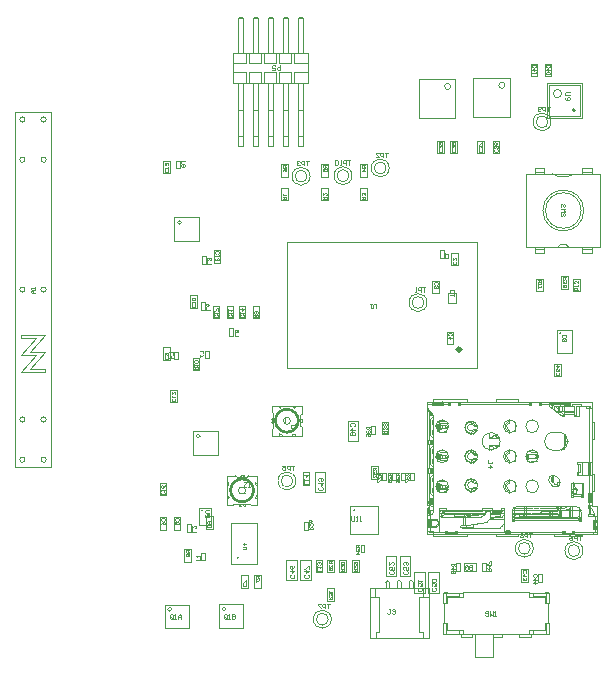
<source format=gbr>
%TF.GenerationSoftware,Altium Limited,Altium Designer,20.1.11 (218)*%
G04 Layer_Color=32768*
%FSLAX45Y45*%
%MOMM*%
%TF.SameCoordinates,A720D921-2E1A-4B1E-B03F-C1F3B01285F1*%
%TF.FilePolarity,Positive*%
%TF.FileFunction,Other,Mechanical_7*%
%TF.Part,Single*%
G01*
G75*
%TA.AperFunction,NonConductor*%
%ADD53C,0.20000*%
%ADD66C,0.10000*%
%ADD82C,0.15000*%
%ADD110C,0.30000*%
%ADD184C,0.03000*%
%ADD185C,0.01000*%
%ADD186C,0.07620*%
%ADD187C,0.05080*%
%ADD188C,0.05000*%
D53*
X4790000Y4500000D02*
G03*
X4790000Y4500000I-10000J0D01*
G01*
X2920000Y1115000D02*
G03*
X2920000Y1115000I-5000J0D01*
G01*
X4663502Y2612998D02*
G03*
X4663502Y2612998I-5000J0D01*
G01*
D66*
X4675000Y4640000D02*
G03*
X4675000Y4640000I-35000J0D01*
G01*
X3214840Y503902D02*
G03*
X3184840Y503902I-15000J0D01*
G01*
X3314721Y503925D02*
G03*
X3284721Y503925I-15000J0D01*
G01*
X3414721D02*
G03*
X3384721Y503925I-15000J0D01*
G01*
X3536200Y2870000D02*
G03*
X3536200Y2870000I-76200J0D01*
G01*
X3510000D02*
G03*
X3510000Y2870000I-50000J0D01*
G01*
X4599006Y3959998D02*
G03*
X4780994Y3959998I90994J146112D01*
G01*
X4734139Y3340002D02*
G03*
X4645861Y3340002I-44139J-23489D01*
G01*
X4840000Y3650000D02*
G03*
X4840000Y3650000I-150000J0D01*
G01*
X4862130D02*
G03*
X4862130Y3650000I-172130J0D01*
G01*
X3735000Y4700000D02*
G03*
X3735000Y4700000I-25000J0D01*
G01*
X4559999Y4400000D02*
G03*
X4559999Y4400000I-50000J0D01*
G01*
X4586199D02*
G03*
X4586199Y4400000I-76200J0D01*
G01*
X1457677Y3550001D02*
G03*
X1457677Y3550001I-17677J0D01*
G01*
X2901200Y3945000D02*
G03*
X2901200Y3945000I-76200J0D01*
G01*
X2875000D02*
G03*
X2875000Y3945000I-50000J0D01*
G01*
X312500Y1880000D02*
G03*
X312500Y1880000I-22500J0D01*
G01*
X132500D02*
G03*
X132500Y1880000I-22500J0D01*
G01*
X312500Y4080000D02*
G03*
X312500Y4080000I-22500J0D01*
G01*
X132500D02*
G03*
X132500Y4080000I-22500J0D01*
G01*
X312500Y4419998D02*
G03*
X312500Y4419998I-22500J0D01*
G01*
Y2980000D02*
G03*
X312500Y2980000I-22500J0D01*
G01*
X132500Y4419998D02*
G03*
X132500Y4419998I-22500J0D01*
G01*
Y2980000D02*
G03*
X132500Y2980000I-22500J0D01*
G01*
X312500Y1540002D02*
G03*
X312500Y1540002I-22500J0D01*
G01*
X132500D02*
G03*
X132500Y1540002I-22500J0D01*
G01*
X1617685Y1739992D02*
G03*
X1617685Y1739992I-17677J0D01*
G01*
X4195000Y4710000D02*
G03*
X4195000Y4710000I-25000J0D01*
G01*
X2520000Y3940000D02*
G03*
X2520000Y3940000I-50000J0D01*
G01*
X2546200D02*
G03*
X2546200Y3940000I-76200J0D01*
G01*
X3190000Y4010000D02*
G03*
X3190000Y4010000I-50000J0D01*
G01*
X3216200D02*
G03*
X3216200Y4010000I-76200J0D01*
G01*
X2699999Y189998D02*
G03*
X2699999Y189998I-50000J0D01*
G01*
X2726199D02*
G03*
X2726199Y189998I-76200J0D01*
G01*
X2399999Y1359998D02*
G03*
X2399999Y1359998I-50000J0D01*
G01*
X2426199D02*
G03*
X2426199Y1359998I-76200J0D01*
G01*
X4409999Y790001D02*
G03*
X4409999Y790001I-50000J0D01*
G01*
X4436199D02*
G03*
X4436199Y790001I-76200J0D01*
G01*
X4830000Y770000D02*
G03*
X4830000Y770000I-50000J0D01*
G01*
X4856200D02*
G03*
X4856200Y770000I-76200J0D01*
G01*
X1377677Y272501D02*
G03*
X1377677Y272501I-17678J0D01*
G01*
X1833176Y274998D02*
G03*
X1833176Y274998I-17678J0D01*
G01*
X4549998Y4730001D02*
X4849998D01*
X4549998Y4430001D02*
X4849998D01*
Y4730001D01*
X4549998Y4430001D02*
Y4730001D01*
X4569998Y4450001D02*
Y4710001D01*
X4829998Y4450001D02*
Y4710001D01*
X4569998Y4450001D02*
X4829998D01*
X4569998Y4710001D02*
X4829998D01*
X1686490Y2398490D02*
Y2461492D01*
X1653490Y2398490D02*
Y2461492D01*
Y2398490D02*
X1686490D01*
X1653490Y2461492D02*
X1686490D01*
X3424997Y415000D02*
Y585002D01*
X3515000Y415000D02*
Y585002D01*
X3424997D02*
X3515000D01*
X3424997Y415000D02*
X3515000D01*
X4567111Y65270D02*
Y154704D01*
Y323644D02*
Y413078D01*
X4557494Y60307D02*
Y65270D01*
Y154704D02*
Y323644D01*
Y413078D02*
Y418051D01*
X4542270Y323644D02*
Y413078D01*
Y65270D02*
Y154704D01*
X4537306Y413078D02*
Y418051D01*
Y60307D02*
Y65270D01*
X4536626Y323644D02*
Y381770D01*
Y96573D02*
Y154704D01*
X4434939Y65270D02*
Y95085D01*
Y383263D02*
Y413078D01*
X4418058Y40419D02*
Y65270D01*
X4537306Y418051D02*
X4557494D01*
X4397012D02*
X4398180D01*
X3841692D02*
X3842850D01*
X3682368D02*
X3702566D01*
X3842850D02*
X4397012D01*
X3672751Y413078D02*
X3842850D01*
X4397012D02*
X4567111D01*
X4398180D02*
Y418051D01*
Y60307D02*
Y65270D01*
X4397012Y60307D02*
Y96573D01*
Y381770D02*
Y418051D01*
X3697603Y383263D02*
X3804923D01*
X4434939D02*
X4542270D01*
X3703236Y381770D02*
X3842850D01*
X4397012D02*
X4536626D01*
X4318673Y40419D02*
Y60307D01*
X3682368Y323644D02*
X3703236D01*
X3672751D02*
X3682368D01*
X4536626D02*
X4557494D01*
X4567111D01*
X4169621Y40419D02*
Y60307D01*
X3682368Y154704D02*
X3703236D01*
X3672751D02*
X3682368D01*
X4536626D02*
X4557494D01*
X4567111D01*
X4095092Y-133474D02*
Y60307D01*
X4397012Y96573D02*
X4536626D01*
X3703236D02*
X3842850D01*
X4434939Y95085D02*
X4542270D01*
X3697603D02*
X3804923D01*
X4397012Y65270D02*
X4567111D01*
X3672751D02*
X3842850D01*
X4537306Y60307D02*
X4557494D01*
X4397012D02*
X4398180D01*
X3842850D02*
X4397012D01*
X3841692D02*
X3842850D01*
X3682368D02*
X3702566D01*
X4318673Y40419D02*
X4418058D01*
X4095092D02*
X4169621D01*
X3821814D02*
X3921189D01*
X3946025Y-133474D02*
Y60307D01*
X3921189Y40419D02*
Y60307D01*
X3842850D02*
Y96573D01*
Y381770D02*
Y418051D01*
X3841692Y413078D02*
Y418051D01*
Y60307D02*
Y65270D01*
X3946025Y-133474D02*
X4095092D01*
X3821814Y40419D02*
Y65270D01*
X3804923D02*
Y95085D01*
Y383263D02*
Y413078D01*
X3703236Y96573D02*
Y154704D01*
Y323644D02*
Y381770D01*
X3702566Y60307D02*
Y65270D01*
Y413078D02*
Y418051D01*
X3697603Y323644D02*
Y413078D01*
Y65270D02*
Y154704D01*
X3682368Y413078D02*
Y418051D01*
Y154704D02*
Y323644D01*
Y60307D02*
Y65270D01*
X3672751D02*
Y154704D01*
Y323644D02*
Y413078D01*
X4506503Y508500D02*
Y571497D01*
X4473498Y508500D02*
Y571497D01*
Y508500D02*
X4506503D01*
X4473498Y571497D02*
X4506503D01*
X1656500Y686998D02*
Y750000D01*
X1623495Y686998D02*
Y750000D01*
X1656500D01*
X1623495Y686998D02*
X1656500D01*
X1413506Y4071493D02*
X1446511D01*
X1413506Y4008491D02*
X1446511D01*
Y4071493D01*
X1413506Y4008491D02*
Y4071493D01*
X1302498Y3967498D02*
X1357499D01*
X1302498Y4072502D02*
X1357499D01*
X1302498Y3967498D02*
Y4072502D01*
X1357499Y3967498D02*
Y4072502D01*
X1962500Y457500D02*
Y562498D01*
X2017501Y457500D02*
Y562498D01*
X1962500D02*
X2017501D01*
X1962500Y457500D02*
X2017501D01*
X3962001Y2319999D02*
Y3379997D01*
X2352002D02*
X3962001D01*
X2352002Y2319999D02*
Y3379997D01*
Y2319999D02*
X3962001D01*
X2880998Y910998D02*
X3119001D01*
X2880998Y1149001D02*
X3119001D01*
Y910998D02*
Y1149001D01*
X2880998Y910998D02*
Y1149001D01*
X4467502Y4787500D02*
Y4892498D01*
X4412501Y4787500D02*
Y4892498D01*
Y4787500D02*
X4467502D01*
X4412501Y4892498D02*
X4467502D01*
X4587500Y4787500D02*
Y4892498D01*
X4532499Y4787500D02*
Y4892498D01*
Y4787500D02*
X4587500D01*
X4532499Y4892498D02*
X4587500D01*
X3186501Y1368502D02*
Y1431499D01*
X3153501Y1368502D02*
Y1431499D01*
Y1368502D02*
X3186501D01*
X3153501Y1431499D02*
X3186501D01*
X3426502Y1368501D02*
Y1431498D01*
X3393502Y1368501D02*
Y1431498D01*
Y1368501D02*
X3426502D01*
X3393502Y1431498D02*
X3426502D01*
X3185002Y555000D02*
X3274999D01*
X3185002Y725002D02*
X3274999D01*
Y555000D02*
Y725002D01*
X3185002Y555000D02*
Y725002D01*
X3050003Y29998D02*
X3550002D01*
Y454996D01*
X3050003Y29998D02*
Y454996D01*
X3097313Y379050D02*
Y454996D01*
X3050003Y379050D02*
X3097313D01*
X3128356D01*
Y81656D02*
Y379050D01*
X3101143Y81656D02*
X3128356D01*
X3101143Y29998D02*
Y81656D01*
X3502691Y379050D02*
X3550002D01*
X3471648D02*
X3502691D01*
X3471648Y81656D02*
Y379050D01*
Y81656D02*
X3498861D01*
Y29998D02*
Y81656D01*
X3214838Y454996D02*
Y503901D01*
X3184841Y454996D02*
Y503901D01*
X3314721Y454996D02*
Y503926D01*
X3284719Y454996D02*
Y503926D01*
X3384719Y454996D02*
Y503926D01*
X3414721Y454996D02*
Y503926D01*
X3050003Y454996D02*
X3502691D01*
Y379050D02*
Y454996D01*
X3550002D01*
X1503509Y928508D02*
Y991510D01*
X1536508Y928508D02*
Y991510D01*
X1503509D02*
X1536508D01*
X1503509Y928508D02*
X1536508D01*
X2345000Y525002D02*
X2435002D01*
X2345000Y694999D02*
X2435002D01*
Y525002D02*
Y694999D01*
X2345000Y525002D02*
Y694999D01*
X3783501Y661501D02*
X3816501D01*
X3783501Y598499D02*
X3816501D01*
X3783501D02*
Y661501D01*
X3816501Y598499D02*
Y661501D01*
X3847501Y662502D02*
X3952500D01*
X3847501Y597498D02*
X3952500D01*
Y662502D01*
X3847501Y597498D02*
Y662502D01*
X4003499Y598501D02*
X4036499D01*
X4003499Y661498D02*
X4036499D01*
Y598501D02*
Y661498D01*
X4003499Y598501D02*
Y661498D01*
X3544999Y415001D02*
X3635001D01*
X3544999Y584998D02*
X3635001D01*
Y415001D02*
Y584998D01*
X3544999Y415001D02*
Y584998D01*
X4387501Y507500D02*
Y612498D01*
X4332500Y507500D02*
Y612498D01*
Y507500D02*
X4387501D01*
X4332500Y612498D02*
X4387501D01*
X4633503Y2441999D02*
X4766502D01*
Y2637996D01*
X4633503D02*
X4766502D01*
X4633503Y2441999D02*
Y2637996D01*
X4772499Y2967501D02*
X4827501D01*
X4772499Y3072499D02*
X4827501D01*
X4772499Y2967501D02*
Y3072499D01*
X4827501Y2967501D02*
Y3072499D01*
X4727498Y2987497D02*
Y3092501D01*
X4672502Y2987497D02*
Y3092501D01*
Y2987497D02*
X4727498D01*
X4672502Y3092501D02*
X4727498D01*
X4612501Y2247500D02*
Y2352498D01*
X4667502Y2247500D02*
Y2352498D01*
X4612501D02*
X4667502D01*
X4612501Y2247500D02*
X4667502D01*
X4375001Y3340000D02*
Y3959998D01*
Y3340000D02*
X5004998D01*
Y3959998D01*
X4375001D02*
X5004998D01*
X4450673D02*
Y4010016D01*
X4529362Y3959998D02*
Y4010016D01*
X4450673D02*
X4529362D01*
X4450673Y3980014D02*
X4529362D01*
X4929326Y3959998D02*
Y4010016D01*
X4850637Y3959998D02*
Y4010016D01*
X4929326D01*
X4850637Y3980014D02*
X4929326D01*
X4450673Y3289987D02*
Y3340000D01*
X4529362Y3289987D02*
Y3340000D01*
X4450673Y3289987D02*
X4529362D01*
X4450673Y3319984D02*
X4529362D01*
X4929326Y3289987D02*
Y3340000D01*
X4850637Y3289987D02*
Y3340000D01*
Y3289987D02*
X4929326D01*
X4850637Y3319984D02*
X4929326D01*
X4462502Y2967500D02*
Y3072498D01*
X4517498Y2967500D02*
Y3072498D01*
X4462502Y2967500D02*
X4517498D01*
X4462502Y3072498D02*
X4517498D01*
X3464998Y4435002D02*
Y4764999D01*
X3775000Y4435002D02*
Y4764999D01*
X3464998Y4435002D02*
X3775000D01*
X3464998Y4764999D02*
X3775000D01*
X1863506Y2588510D02*
Y2651507D01*
X1896506Y2588510D02*
Y2651507D01*
X1863506D02*
X1896506D01*
X1863506Y2588510D02*
X1896506D01*
X1664999Y957499D02*
Y1062503D01*
X1720000Y957499D02*
Y1062503D01*
X1664999D02*
X1720000D01*
X1664999Y957499D02*
X1720000D01*
X1603749Y987501D02*
X1708748D01*
X1603749Y1132499D02*
X1708748D01*
Y987501D02*
Y1132499D01*
X1603749Y987501D02*
Y1132499D01*
X2062502Y2737501D02*
Y2842499D01*
X2117503Y2737501D02*
Y2842499D01*
X2062502D02*
X2117503D01*
X2062502Y2737501D02*
X2117503D01*
X1532499Y2827500D02*
X1587500D01*
X1532499Y2932499D02*
X1587500D01*
Y2827500D02*
Y2932499D01*
X1532499Y2827500D02*
Y2932499D01*
X1397501Y3387501D02*
Y3592499D01*
X1602499Y3387501D02*
Y3592499D01*
X1397501D02*
X1602499D01*
X1397501Y3387501D02*
X1602499D01*
X1362498Y2027500D02*
Y2132498D01*
X1417500Y2027500D02*
Y2132498D01*
X1362498D02*
X1417500D01*
X1362498Y2027500D02*
X1417500D01*
X2302501Y3737500D02*
Y3842499D01*
X2357502Y3737500D02*
Y3842499D01*
X2302501D02*
X2357502D01*
X2302501Y3737500D02*
X2357502D01*
X1722501Y2737501D02*
Y2842499D01*
X1777502Y2737501D02*
Y2842499D01*
X1722501D02*
X1777502D01*
X1722501Y2737501D02*
X1777502D01*
X2642501Y3737502D02*
X2697502D01*
X2642501Y3842501D02*
X2697502D01*
Y3737502D02*
Y3842501D01*
X2642501Y3737502D02*
Y3842501D01*
X2972499Y3737502D02*
Y3842501D01*
X3027500Y3737502D02*
Y3842501D01*
X2972499D02*
X3027500D01*
X2972499Y3737502D02*
X3027500D01*
X1623500Y2810000D02*
Y2873002D01*
X1656505Y2810000D02*
Y2873002D01*
X1623500D02*
X1656505D01*
X1623500Y2810000D02*
X1656505D01*
X1842501Y2737499D02*
Y2842503D01*
X1897502Y2737499D02*
Y2842503D01*
X1842501D02*
X1897502D01*
X1842501Y2737499D02*
X1897502D01*
X99999Y2279998D02*
X228503Y2424001D01*
X99999D02*
X228503Y2567999D01*
X171500Y2456000D02*
X299999Y2599998D01*
X171500Y2312002D02*
X299999Y2456000D01*
Y2279998D02*
Y2312002D01*
X99999Y2567999D02*
Y2599998D01*
Y2424001D02*
X228503D01*
X171500Y2456000D02*
X299999D01*
X99999Y2599998D02*
X299999D01*
X99999Y2279998D02*
X299999D01*
X99999Y2567999D02*
X228503D01*
X171500Y2312002D02*
X299999D01*
X50002Y1480000D02*
X350001D01*
Y4479999D01*
X50002D02*
X350001D01*
X50002Y1480000D02*
Y4479999D01*
X1557507Y1577494D02*
Y1782492D01*
X1762510Y1577494D02*
Y1782492D01*
X1557507D02*
X1762510D01*
X1557507Y1577494D02*
X1762510D01*
X1393494Y2451490D02*
X1426493D01*
X1393494Y2388493D02*
X1426493D01*
X1393494D02*
Y2451490D01*
X1426493Y2388493D02*
Y2451490D01*
X1302501Y2387502D02*
Y2492500D01*
X1357502Y2387502D02*
Y2492500D01*
X1302501D02*
X1357502D01*
X1302501Y2387502D02*
X1357502D01*
X3924999Y4774999D02*
X4235001D01*
X3924999Y4445002D02*
X4235001D01*
Y4774999D01*
X3924999Y4445002D02*
Y4774999D01*
X1633510Y3198510D02*
X1666510D01*
X1633510Y3261507D02*
X1666510D01*
Y3198510D02*
Y3261507D01*
X1633510Y3198510D02*
Y3261507D01*
X1732503Y3312498D02*
X1787499D01*
X1732503Y3207500D02*
X1787499D01*
X1732503D02*
Y3312498D01*
X1787499Y3207500D02*
Y3312498D01*
X1942497Y2737501D02*
X1997498D01*
X1942497Y2842499D02*
X1997498D01*
Y2737501D02*
Y2842499D01*
X1942497Y2737501D02*
Y2842499D01*
X1552499Y2297502D02*
X1607500D01*
X1552499Y2402500D02*
X1607500D01*
Y2297502D02*
Y2402500D01*
X1552499Y2297502D02*
Y2402500D01*
X1272502Y1237501D02*
X1327498D01*
X1272502Y1342505D02*
X1327498D01*
Y1237501D02*
Y1342505D01*
X1272502Y1237501D02*
Y1342505D01*
X1392500Y1052501D02*
X1447501D01*
X1392500Y947498D02*
X1447501D01*
X1392500D02*
Y1052501D01*
X1447501Y947498D02*
Y1052501D01*
X2072498Y562498D02*
X2127499D01*
X2072498Y457500D02*
X2127499D01*
X2072498D02*
Y562498D01*
X2127499Y457500D02*
Y562498D01*
X1482499Y782499D02*
X1537500D01*
X1482499Y677500D02*
X1537500D01*
X1482499D02*
Y782499D01*
X1537500Y677500D02*
Y782499D01*
X1272502Y1052498D02*
X1327498D01*
X1272502Y947499D02*
X1327498D01*
X1272502D02*
Y1052498D01*
X1327498Y947499D02*
Y1052498D01*
X2972500Y4042498D02*
X3027501D01*
X2972500Y3937499D02*
X3027501D01*
X2972500D02*
Y4042498D01*
X3027501Y3937499D02*
Y4042498D01*
X3702500Y2622500D02*
X3757501D01*
X3702500Y2517501D02*
X3757501D01*
X3702500D02*
Y2622500D01*
X3757501Y2517501D02*
Y2622500D01*
X3582501Y3052499D02*
X3637502D01*
X3582501Y2947500D02*
X3637502D01*
X3582501D02*
Y3052499D01*
X3637502Y2947500D02*
Y3052499D01*
X3717503Y2950498D02*
X3782502D01*
X3717503Y2865499D02*
X3782502D01*
X3717503D02*
Y2950498D01*
X3782502Y2865499D02*
Y2950498D01*
X2642501Y4042500D02*
X2697498D01*
X2642501Y3937501D02*
X2697498D01*
X2642501D02*
Y4042500D01*
X2697498Y3937501D02*
Y4042500D01*
X2302501D02*
X2357502D01*
X2302501Y3937501D02*
X2357502D01*
X2302501D02*
Y4042500D01*
X2357502Y3937501D02*
Y4042500D01*
X3742499Y3187498D02*
X3797500D01*
X3742499Y3292501D02*
X3797500D01*
Y3187498D02*
Y3292501D01*
X3742499Y3187498D02*
Y3292501D01*
X3643500Y3248499D02*
Y3311501D01*
X3676499Y3248499D02*
Y3311501D01*
X3643500D02*
X3676499D01*
X3643500Y3248499D02*
X3676499D01*
X2482499Y1327500D02*
Y1432498D01*
X2537500Y1327500D02*
Y1432498D01*
X2482499D02*
X2537500D01*
X2482499Y1327500D02*
X2537500D01*
X2592500Y587499D02*
Y692497D01*
X2647501Y587499D02*
Y692497D01*
X2592500D02*
X2647501D01*
X2592500Y587499D02*
X2647501D01*
X3305001Y555002D02*
Y724999D01*
X3394998Y555002D02*
Y724999D01*
X3305001D02*
X3394998D01*
X3305001Y555002D02*
X3394998D01*
X3313498Y1431503D02*
X3346498D01*
X3313498Y1368500D02*
X3346498D01*
X3313498D02*
Y1431503D01*
X3346498Y1368500D02*
Y1431503D01*
X2692499Y692499D02*
X2747500D01*
X2692499Y587501D02*
X2747500D01*
X2692499D02*
Y692499D01*
X2747500Y587501D02*
Y692499D01*
X3243497Y1430002D02*
X3276497D01*
X3243497Y1367000D02*
X3276497D01*
X3243497D02*
Y1430002D01*
X3276497Y1367000D02*
Y1430002D01*
X2493499Y948501D02*
X2526499D01*
X2493499Y1011498D02*
X2526499D01*
Y948501D02*
Y1011498D01*
X2493499Y948501D02*
Y1011498D01*
X2792499Y587499D02*
X2847500D01*
X2792499Y692498D02*
X2847500D01*
Y587499D02*
Y692498D01*
X2792499Y587499D02*
Y692498D01*
X3062501Y1482500D02*
X3117502D01*
X3062501Y1377502D02*
X3117502D01*
X3062501D02*
Y1482500D01*
X3117502Y1377502D02*
Y1482500D01*
X2902500Y587500D02*
X2957501D01*
X2902500Y692498D02*
X2957501D01*
Y587500D02*
Y692498D01*
X2902500Y587500D02*
Y692498D01*
X2692502Y347502D02*
X2747498D01*
X2692502Y452500D02*
X2747498D01*
Y347502D02*
Y452500D01*
X2692502Y347502D02*
Y452500D01*
X2973499Y821498D02*
X3006499D01*
X2973499Y758501D02*
X3006499D01*
X2973499D02*
Y821498D01*
X3006499Y758501D02*
Y821498D01*
X2955000Y1695000D02*
Y1864998D01*
X2865003Y1695000D02*
Y1864998D01*
Y1695000D02*
X2955000D01*
X2865003Y1864998D02*
X2955000D01*
X3063499Y1821499D02*
X3096499D01*
X3063499Y1758502D02*
X3096499D01*
X3063499D02*
Y1821499D01*
X3096499Y1758502D02*
Y1821499D01*
X2464999Y524999D02*
Y695001D01*
X2555001Y524999D02*
Y695001D01*
X2464999D02*
X2555001D01*
X2464999Y524999D02*
X2555001D01*
X3152498Y1757500D02*
X3207499D01*
X3152498Y1862498D02*
X3207499D01*
Y1757500D02*
Y1862498D01*
X3152498Y1757500D02*
Y1862498D01*
X2585002Y1265003D02*
Y1435000D01*
X2674999Y1265003D02*
Y1435000D01*
X2585002D02*
X2674999D01*
X2585002Y1265003D02*
X2674999D01*
X3622502Y4137501D02*
X3677503D01*
X3622502Y4242499D02*
X3677503D01*
Y4137501D02*
Y4242499D01*
X3622502Y4137501D02*
Y4242499D01*
X3732501Y4137500D02*
X3787502D01*
X3732501Y4242498D02*
X3787502D01*
Y4137500D02*
Y4242498D01*
X3732501Y4137500D02*
Y4242498D01*
X3962498Y4137501D02*
X4017499D01*
X3962498Y4242499D02*
X4017499D01*
Y4137501D02*
Y4242499D01*
X3962498Y4137501D02*
Y4242499D01*
X4092499Y4137500D02*
X4147500D01*
X4092499Y4242498D02*
X4147500D01*
Y4137500D02*
Y4242498D01*
X4092499Y4137500D02*
Y4242498D01*
X1320000Y112502D02*
Y312502D01*
X1520000Y112502D02*
Y312502D01*
X1320000D02*
X1520000D01*
X1320000Y112502D02*
X1520000D01*
X1775497Y114999D02*
Y314998D01*
X1975497Y114999D02*
Y314998D01*
X1775497D02*
X1975497D01*
X1775497Y114999D02*
X1975497D01*
X2444500Y4503800D02*
X2484500D01*
X2444500Y4199798D02*
X2484500D01*
X2444500Y4280799D02*
X2484500D01*
X2444500Y4199798D02*
Y4732797D01*
X2484500Y4199798D02*
Y4732797D01*
X2444500Y5277998D02*
X2484500D01*
X2444500D02*
X2456499Y5290002D01*
X2472496D02*
X2484500Y5277998D01*
X2456499Y5290002D02*
X2472496D01*
X2484500Y4984998D02*
Y5277998D01*
X1893498Y4900000D02*
X2007300D01*
X2032700D02*
X2134300D01*
X1893498Y4820000D02*
X2007300D01*
X2032700D02*
X2134300D01*
X2159700Y4900000D02*
X2261300D01*
X2159700Y4820000D02*
X2261300D01*
X2134300Y4900000D02*
Y4984998D01*
Y4732797D02*
Y4820000D01*
X2286700D02*
X2388300D01*
X2286700Y4900000D02*
X2388300D01*
X2413700D02*
X2527497D01*
X2413700Y4820000D02*
X2527497D01*
X2032700Y4900000D02*
Y4984998D01*
Y4732797D02*
Y4820000D01*
X2159700Y4732797D02*
Y4820000D01*
Y4900000D02*
Y4984998D01*
X2007300Y4732797D02*
Y4820000D01*
Y4900000D02*
Y4984998D01*
X2388300Y4732797D02*
Y4820000D01*
Y4900000D02*
Y4984998D01*
X2413700Y4732797D02*
Y4820000D01*
Y4900000D02*
Y4984998D01*
X2261300Y4732797D02*
Y4820000D01*
Y4900000D02*
Y4984998D01*
X2286700Y4732797D02*
Y4820000D01*
Y4900000D02*
Y4984998D01*
X1893498D02*
X2527497D01*
X1893498Y4732797D02*
X2527497D01*
Y4984998D01*
X1893498Y4732797D02*
Y4984998D01*
X2444500D02*
Y5277998D01*
X2317500Y4984998D02*
Y5277998D01*
X2357500Y4984998D02*
Y5277998D01*
X2329499Y5290002D02*
X2345496D01*
X2357500Y5277998D01*
X2317500D02*
X2329499Y5290002D01*
X2317500Y5277998D02*
X2357500D01*
Y4199798D02*
Y4732797D01*
X2317500Y4199798D02*
Y4732797D01*
Y4280799D02*
X2357500D01*
X2317500Y4199798D02*
X2357500D01*
X2317500Y4503800D02*
X2357500D01*
X2190500Y4984998D02*
Y5277998D01*
X2230500Y4984998D02*
Y5277998D01*
X2202499Y5290002D02*
X2218496D01*
X2230500Y5277998D01*
X2190500D02*
X2202499Y5290002D01*
X2190500Y5277998D02*
X2230500D01*
Y4199798D02*
Y4732797D01*
X2190500Y4199798D02*
Y4732797D01*
Y4280799D02*
X2230500D01*
X2190500Y4199798D02*
X2230500D01*
X2190500Y4503800D02*
X2230500D01*
X2063500Y4984998D02*
Y5277998D01*
X2103500Y4984998D02*
Y5277998D01*
X2075499Y5290002D02*
X2091496D01*
X2103500Y5277998D01*
X2063500D02*
X2075499Y5290002D01*
X2063500Y5277998D02*
X2103500D01*
Y4199798D02*
Y4732797D01*
X2063500Y4199798D02*
Y4732797D01*
Y4280799D02*
X2103500D01*
X2063500Y4199798D02*
X2103500D01*
X2063500Y4503800D02*
X2103500D01*
X1936500Y4984998D02*
Y5277998D01*
X1976500Y4984998D02*
Y5277998D01*
X1948499Y5290002D02*
X1964496D01*
X1976500Y5277998D01*
X1936500D02*
X1948499Y5290002D01*
X1936500Y5277998D02*
X1976500D01*
Y4199798D02*
Y4732797D01*
X1936500Y4199798D02*
Y4732797D01*
Y4280799D02*
X1976500D01*
X1936500Y4199798D02*
X1976500D01*
X1936500Y4503800D02*
X1976500D01*
D82*
X1935006Y709949D02*
G03*
X1935006Y709949I-5000J0D01*
G01*
X1631250Y1110000D02*
G03*
X1631250Y1110000I-5000J0D01*
G01*
D110*
X3822002Y2474998D02*
G03*
X3822002Y2474998I-15000J0D01*
G01*
D184*
X4633643Y1396695D02*
G03*
X4576891Y1339943I-28526J-28226D01*
G01*
X3964419Y1324679D02*
G03*
X3964419Y1324679I-55000J0D01*
G01*
X3540119Y1203623D02*
G03*
X3590032Y1135643I71250J0D01*
G01*
X4604843Y1770725D02*
G03*
X4604843Y1620725I0J-75000D01*
G01*
X3964419Y1812525D02*
G03*
X3964419Y1812525I-55000J0D01*
G01*
Y1568625D02*
G03*
X3964419Y1568625I-55000J0D01*
G01*
X3540044Y1988596D02*
G03*
X3556119Y1954124I45000J0D01*
G01*
X4597220Y1320462D02*
G03*
X4653125Y1376366I28228J27677D01*
G01*
X4604119Y1408553D02*
G03*
X4588749Y1356884I27862J-36408D01*
G01*
X4617119Y1406859D02*
G03*
X4595526Y1361119I16191J-35610D01*
G01*
X4481966Y1314514D02*
G03*
X4481966Y1314514I-55000J0D01*
G01*
X4292619D02*
G03*
X4292619Y1314514I-55000J0D01*
G01*
X3940723Y1349625D02*
G03*
X3909419Y1364725I-31304J-24901D01*
G01*
X3900307Y1373888D02*
G03*
X3900307Y1275562I9112J-49163D01*
G01*
X3719619Y1314514D02*
G03*
X3719619Y1314514I-55000J0D01*
G01*
X4654843Y1620725D02*
G03*
X4654843Y1770725I0J75000D01*
G01*
X4481966Y1568625D02*
G03*
X4481966Y1568625I-55000J0D01*
G01*
Y1822725D02*
G03*
X4481966Y1822725I-55000J0D01*
G01*
X4382073Y1549161D02*
G03*
X4382073Y1588125I-42397J19482D01*
G01*
X4292619Y1822725D02*
G03*
X4292619Y1822725I-55000J0D01*
G01*
X4227266Y1607262D02*
G03*
X4227266Y1529988I10353J-38637D01*
G01*
X4227358Y1596815D02*
G03*
X4227358Y1540434I10261J-28191D01*
G01*
X4292619Y1568625D02*
G03*
X4292619Y1568625I-55000J0D01*
G01*
X4154640Y1695740D02*
G03*
X4154640Y1695740I-75000J0D01*
G01*
X3900307Y1861687D02*
G03*
X3900307Y1763362I9112J-49163D01*
G01*
X3935268Y1583851D02*
G03*
X3935268Y1553399I-25849J-15226D01*
G01*
X3900307Y1617787D02*
G03*
X3900307Y1519462I9112J-49163D01*
G01*
X3719619Y1568625D02*
G03*
X3719619Y1568625I-55000J0D01*
G01*
Y1822725D02*
G03*
X3719619Y1822725I-55000J0D01*
G01*
X3610423Y1557632D02*
G03*
X3610423Y1578808I-423J10588D01*
G01*
X3648619Y1585429D02*
G03*
X3637528Y1564408I29011J-28743D01*
G01*
X3637528Y1572878D02*
G03*
X3648539Y1552549I37993J7433D01*
G01*
X4381226Y1083291D02*
G03*
X4365132Y1077362I-2224J-18772D01*
G01*
X4381226Y1088375D02*
G03*
X4361744Y1081598I1808J-36587D01*
G01*
X4575197Y1078209D02*
G03*
X4565033Y1088374I-10165J0D01*
G01*
Y1056186D02*
G03*
X4575197Y1066351I0J10165D01*
G01*
X4565033Y1103620D02*
G03*
X4575197Y1113785I0J10165D01*
G01*
X4155067Y965554D02*
G03*
X4184713Y995625I-212J29859D01*
G01*
X4776724Y1343232D02*
G03*
X4806357Y1282887I38160J-18709D01*
G01*
X4211394Y940112D02*
G03*
X4230869Y940125I9733J5942D01*
G01*
X4950462Y969392D02*
G03*
X4945342Y980496I-14600J0D01*
G01*
X4840320Y1097691D02*
G03*
X4790344Y1147666I-49975J-0D01*
G01*
X4807285Y1051951D02*
G03*
X4819990Y1057033I-1825J22984D01*
G01*
X4840319Y1031125D02*
G03*
X4829119Y1017223I1351J-12551D01*
G01*
X4840319Y1031125D02*
G03*
X4825119Y1017125I-600J-14600D01*
G01*
X4829119Y1017223D02*
G03*
X4819990Y1031125I-11515J2387D01*
G01*
X4837119Y1017223D02*
G03*
X4819990Y1027387I-13646J-3482D01*
G01*
X4624119Y1128184D02*
G03*
X4667402Y1147556I-11735J84260D01*
G01*
X4640419Y1113785D02*
G03*
X4687119Y1147666I-16139J71371D01*
G01*
X4640869Y1103874D02*
G03*
X4649619Y1109875I-212J9690D01*
G01*
X4694369Y1128375D02*
G03*
X4740869Y1147666I-2290J71208D01*
G01*
X4715869Y1113785D02*
G03*
X4761869Y1147666I-11744J64112D01*
G01*
X4731619Y1051951D02*
G03*
X4745869Y1057033I-11042J53476D01*
G01*
X4740869Y1056875D02*
G03*
X4753074Y1051951I14073J17295D01*
G01*
X4665369Y1057034D02*
G03*
X4678535Y1051951I13795J16141D01*
G01*
X4645501Y1078209D02*
G03*
X4640419Y1083292I-5082J0D01*
G01*
Y1061268D02*
G03*
X4645501Y1066351I-0J5082D01*
G01*
X4649736Y1079480D02*
G03*
X4640419Y1088373I-9106J-212D01*
G01*
Y1056187D02*
G03*
X4649619Y1063125I132J9394D01*
G01*
X4406637Y1061269D02*
G03*
X4371369Y1047716I-2632J-45816D01*
G01*
X4406637Y1056187D02*
G03*
X4378619Y1047716I-1705J-44933D01*
G01*
X4570115Y1078209D02*
G03*
X4565033Y1083291I-5083J-0D01*
G01*
Y1061269D02*
G03*
X4570115Y1066351I0J5083D01*
G01*
X4174549Y1056186D02*
G03*
X4184713Y1064875I738J9426D01*
G01*
X4174549Y1103621D02*
G03*
X4184713Y1110820I265J10401D01*
G01*
X4305369Y1147666D02*
G03*
X4255017Y1097691I-188J-50163D01*
G01*
X4259119Y1117125D02*
G03*
X4296119Y1146875I-11956J52753D01*
G01*
X4306119Y1083292D02*
G03*
X4290619Y1078375I1442J-31437D01*
G01*
X4305839Y1088325D02*
G03*
X4286781Y1081598I-540J-28829D01*
G01*
X4275869Y1056511D02*
G03*
X4288051Y1051951I13058J16333D01*
G01*
X4331250Y1061269D02*
G03*
X4295369Y1047716I1539J-58351D01*
G01*
X4330369Y1056125D02*
G03*
X4303119Y1047716I2083J-55106D01*
G01*
X4275119Y1031124D02*
G03*
X4262619Y1017375I625J-13125D01*
G01*
X4342119Y1051951D02*
G03*
X4354544Y1056610I-2765J26276D01*
G01*
X4041564Y1012141D02*
G03*
X4065869Y1037625I-5161J29254D01*
G01*
X3990742Y1051104D02*
G03*
X4017972Y1071807I-1330J30009D01*
G01*
X4147995Y1060240D02*
G03*
X4154644Y1087950I297J14581D01*
G01*
X3915869Y1083291D02*
G03*
X3899262Y1077362I202J-26788D01*
G01*
X3916203Y1088373D02*
G03*
X3896721Y1081597I734J-33505D01*
G01*
X3829805Y986730D02*
G03*
X3829805Y965554I149J-10588D01*
G01*
X3879780Y968625D02*
G03*
X3873004Y974024I-6087J-688D01*
G01*
X3562989Y1071433D02*
G03*
X3590089Y1098533I0J27100D01*
G01*
X3634987Y1011293D02*
G03*
X3609576Y1036705I-25411J-0D01*
G01*
X3629905Y1011293D02*
G03*
X3609576Y1031622I-20329J0D01*
G01*
Y976565D02*
G03*
X3629905Y996047I424J19905D01*
G01*
X3609576Y971483D02*
G03*
X3634987Y996047I424J24988D01*
G01*
X3569765Y1041787D02*
G03*
X3569765Y1009875I20883J-15956D01*
G01*
X3640069Y1070625D02*
G03*
X3658119Y1051375I18650J-600D01*
G01*
X3662092Y1075668D02*
G03*
X3654768Y1064836I6323J-12167D01*
G01*
X3684962Y1103620D02*
G03*
X3678186Y1101079I113J-10606D01*
G01*
X3684962Y1113785D02*
G03*
X3671869Y1108875I579J-21454D01*
G01*
X4786109Y1343332D02*
G03*
X4808132Y1290815I28775J-18809D01*
G01*
X4604843Y1348414D02*
G03*
X4615008Y1338249I10165J0D01*
G01*
X4227358Y1342715D02*
G03*
X4227358Y1286334I10261J-28191D01*
G01*
X4227266Y1353162D02*
G03*
X4227266Y1275888I10353J-38637D01*
G01*
X3935268Y1339951D02*
G03*
X3935268Y1309499I-25849J-15226D01*
G01*
X3909419Y1284725D02*
G03*
X3940723Y1299824I0J40000D01*
G01*
X3564683Y1257146D02*
G03*
X3582683Y1239146I18000J0D01*
G01*
X3579930Y1272012D02*
G03*
X3589777Y1255965I18000J0D01*
G01*
Y1304959D02*
G03*
X3579930Y1288911I8153J-16047D01*
G01*
X3579905Y1358631D02*
G03*
X3589752Y1342584I18000J0D01*
G01*
X3698922Y1304376D02*
G03*
X3704444Y1309898I0J5522D01*
G01*
X3704460Y1319191D02*
G03*
X3698938Y1324713I-5522J0D01*
G01*
X3609576Y1310297D02*
G03*
X3612117Y1331473I318J10702D01*
G01*
X3637528Y1318767D02*
G03*
X3645619Y1299661I48215J9152D01*
G01*
X3645151Y1310297D02*
G03*
X3648539Y1300980I13521J-358D01*
G01*
X3649619Y1334125D02*
G03*
X3645151Y1320462I29526J-17217D01*
G01*
X3651504Y1332320D02*
G03*
X3637952Y1310721I16426J-25358D01*
G01*
X3644677Y1329779D02*
G03*
X3644304Y1329625I0J-527D01*
G01*
X4454071Y1550863D02*
G03*
X4463426Y1560219I0J9356D01*
G01*
X4448142Y1550855D02*
G03*
X4456611Y1559326I-1J8470D01*
G01*
X4387155D02*
G03*
X4391582Y1550788I15718J2733D01*
G01*
X3909419Y1528625D02*
G03*
X3940723Y1543724I0J40000D01*
G01*
X3564458Y1501940D02*
G03*
X3582458Y1483940I18000J0D01*
G01*
X3579705Y1516806D02*
G03*
X3589552Y1500758I18000J0D01*
G01*
Y1549752D02*
G03*
X3579705Y1533705I8153J-16047D01*
G01*
X3589752Y1391578D02*
G03*
X3579905Y1375530I8153J-16047D01*
G01*
X3582658Y1408396D02*
G03*
X3564658Y1390396I0J-18000D01*
G01*
X3698922Y1558486D02*
G03*
X3704444Y1564009I0J5522D01*
G01*
X3645152Y1562714D02*
G03*
X3650233Y1552549I12826J60D01*
G01*
X4463426Y1577113D02*
G03*
X4454071Y1586469I-9356J0D01*
G01*
X4456612Y1577325D02*
G03*
X4447619Y1586431I-9049J57D01*
G01*
X4391719Y1586469D02*
G03*
X4387255Y1577882I12025J-11704D01*
G01*
X4091540Y1651653D02*
G03*
X4084763Y1658429I-6776J0D01*
G01*
X4123726D02*
G03*
X4116950Y1651653I0J-6776D01*
G01*
Y1739827D02*
G03*
X4123726Y1733050I6776J0D01*
G01*
X4084763D02*
G03*
X4091540Y1739827I0J6776D01*
G01*
X3940723Y1593525D02*
G03*
X3909419Y1608625I-31304J-24901D01*
G01*
X3579955Y1760741D02*
G03*
X3589802Y1744693I18000J0D01*
G01*
X3564708Y1745875D02*
G03*
X3582708Y1727875I18000J0D01*
G01*
X3579680Y1603425D02*
G03*
X3589527Y1587377I18000J0D01*
G01*
Y1636371D02*
G03*
X3579680Y1620324I8153J-16047D01*
G01*
X3582433Y1653190D02*
G03*
X3564433Y1635190I0J-18000D01*
G01*
X3704460Y1573302D02*
G03*
X3698938Y1578824I-5522J0D01*
G01*
X3649328Y1585125D02*
G03*
X3645151Y1574572I8794J-9584D01*
G01*
X4227358Y1850916D02*
G03*
X4227358Y1794534I10261J-28191D01*
G01*
X4227266Y1861362D02*
G03*
X4227266Y1784088I10353J-38637D01*
G01*
X3909419Y1772525D02*
G03*
X3940723Y1787624I0J40000D01*
G01*
X3935268Y1827751D02*
G03*
X3935268Y1797299I-25849J-15226D01*
G01*
X3940723Y1837425D02*
G03*
X3909419Y1852525I-31304J-24901D01*
G01*
X3582683Y1897125D02*
G03*
X3564683Y1879125I0J-18000D01*
G01*
X3589777Y1880306D02*
G03*
X3579930Y1864259I8153J-16047D01*
G01*
Y1847360D02*
G03*
X3589777Y1831312I18000J0D01*
G01*
X3589802Y1793687D02*
G03*
X3579955Y1777640I8153J-16047D01*
G01*
X3590094Y1910596D02*
G03*
X3579378Y1933577I-30000J0D01*
G01*
X3704460Y1827412D02*
G03*
X3698938Y1832935I-5522J0D01*
G01*
X3698922Y1812597D02*
G03*
X3704444Y1818119I0J5522D01*
G01*
X3637528Y1826989D02*
G03*
X3646845Y1802425I112061J28458D01*
G01*
X3648619Y1836768D02*
G03*
X3650233Y1804119I26935J-15032D01*
G01*
X3647370Y1837125D02*
G03*
X3637528Y1818519I19480J-22210D01*
G01*
X3612117Y1805813D02*
G03*
X3609576Y1826989I-2233J10472D01*
G01*
X4628320Y1985625D02*
G03*
X4574350Y2009102I-57424J-58236D01*
G01*
X3640069Y2018419D02*
G03*
X3653548Y2024698I-1571J20979D01*
G01*
X3668598Y2031036D02*
G03*
X3653548Y2024698I0J-21037D01*
G01*
X3673257Y2021719D02*
G03*
X3658207Y2015381I0J-21037D01*
G01*
X3644728Y2009102D02*
G03*
X3658207Y2015381I-1571J20979D01*
G01*
X3596520D02*
G03*
X3609999Y2009102I15050J14699D01*
G01*
X3596520Y2015381D02*
G03*
X3581471Y2021719I-15050J-14699D01*
G01*
X3601179Y2024698D02*
G03*
X3586129Y2031036I-15050J-14699D01*
G01*
X3601179Y2024698D02*
G03*
X3614658Y2018419I15050J14699D01*
G01*
X2380285Y1869995D02*
G03*
X2349998Y1900282I-30287J1D01*
G01*
D02*
G03*
X2319710Y1869995I5J-30292D01*
G01*
Y1869994D02*
G03*
X2349998Y1839707I30292J5D01*
G01*
Y1839707D02*
G03*
X2380285Y1869995I1J30287D01*
G01*
X2329835Y1847422D02*
G03*
X2349997Y1839699I20137J22390D01*
G01*
X2349998Y1839699D02*
G03*
X2380285Y1869994I-6J30294D01*
G01*
D02*
G03*
X2349997Y1900282I-30287J1D01*
G01*
X2349998D02*
G03*
X2329835Y1892591I-45J-30156D01*
G01*
Y1847422D02*
G03*
X2349997Y1839699I20137J22390D01*
G01*
X2349998Y1839699D02*
G03*
X2380285Y1869994I-6J30294D01*
G01*
D02*
G03*
X2349997Y1900282I-30287J1D01*
G01*
X2349998D02*
G03*
X2329835Y1892591I-45J-30156D01*
G01*
X2220020Y1857370D02*
G03*
X2232636Y1869986I-3J12620D01*
G01*
X2232636Y1869987D02*
G03*
X2220020Y1882611I-12622J3D01*
G01*
Y1857370D02*
G03*
X2232636Y1869986I-3J12620D01*
G01*
X2232636Y1869987D02*
G03*
X2220020Y1882611I-12622J3D01*
G01*
X2469810Y1857378D02*
G03*
X2464843Y1852412I12J-4979D01*
G01*
Y1887585D02*
G03*
X2469810Y1882619I4979J12D01*
G01*
Y1857378D02*
G03*
X2464843Y1852412I12J-4979D01*
G01*
Y1887585D02*
G03*
X2469810Y1882619I4979J12D01*
G01*
X2439603Y1869995D02*
G03*
X2350005Y1959600I-89600J5D01*
G01*
Y1959600D02*
G03*
X2260400Y1869995I2J-89607D01*
G01*
X2260400Y1869995D02*
G03*
X2350005Y1780389I89612J7D01*
G01*
X2350005D02*
G03*
X2439602Y1869994I-8J89605D01*
G01*
X2439603Y1869995D02*
G03*
X2350005Y1959600I-89600J5D01*
G01*
Y1959600D02*
G03*
X2260400Y1869995I2J-89607D01*
G01*
X2260400Y1869995D02*
G03*
X2350005Y1780389I89612J7D01*
G01*
X2350005D02*
G03*
X2439602Y1869994I-8J89605D01*
G01*
X2446753D02*
G03*
X2350005Y1966742I-96753J-5D01*
G01*
X2350005Y1966743D02*
G03*
X2253258Y1869994I-5J-96743D01*
G01*
Y1869995D02*
G03*
X2350005Y1773247I96743J-6D01*
G01*
D02*
G03*
X2446753Y1869995I-5J96753D01*
G01*
X2455170Y1869994D02*
G03*
X2350005Y1975159I-105160J5D01*
G01*
Y1975159D02*
G03*
X2244833Y1869995I-6J-105166D01*
G01*
D02*
G03*
X2350005Y1764831I105166J2D01*
G01*
Y1764830D02*
G03*
X2455170Y1869994I5J105160D01*
G01*
X2285868Y1756857D02*
G03*
X2284795Y1753883I3201J-2836D01*
G01*
X2286603Y1757497D02*
G03*
X2285868Y1756857I2432J-3534D01*
G01*
X2287466Y1757973D02*
G03*
X2286604Y1757498I1974J-4599D01*
G01*
X2292373Y1758091D02*
G03*
X2287465Y1757973I-2297J-6566D01*
G01*
X2302394Y1753453D02*
G03*
X2301628Y1753882I-5537J-8968D01*
G01*
X2303039Y1753009D02*
G03*
X2302394Y1753453I-4793J-6277D01*
G01*
X2303573Y1752550D02*
G03*
X2303039Y1753009I-4243J-4398D01*
G01*
X2304602Y1751073D02*
G03*
X2303573Y1752550I-4076J-1744D01*
G01*
X2304786Y1750544D02*
G03*
X2304602Y1751073I-4233J-1173D01*
G01*
X2304905Y1749996D02*
G03*
X2304786Y1750545I-4994J-800D01*
G01*
X2304990Y1748836D02*
G03*
X2304906Y1749996I-7256J57D01*
G01*
X2285868Y1756857D02*
G03*
X2284795Y1753883I3201J-2836D01*
G01*
X2286603Y1757497D02*
G03*
X2285868Y1756857I2432J-3534D01*
G01*
X2287466Y1757973D02*
G03*
X2286604Y1757498I1974J-4599D01*
G01*
X2292373Y1758091D02*
G03*
X2287465Y1757973I-2297J-6566D01*
G01*
X2302394Y1753453D02*
G03*
X2301628Y1753882I-5537J-8968D01*
G01*
X2303039Y1753009D02*
G03*
X2302394Y1753453I-4793J-6277D01*
G01*
X2303573Y1752550D02*
G03*
X2303039Y1753009I-4243J-4398D01*
G01*
X2304602Y1751073D02*
G03*
X2303573Y1752550I-4076J-1744D01*
G01*
X2304786Y1750544D02*
G03*
X2304602Y1751073I-4233J-1173D01*
G01*
X2304905Y1749996D02*
G03*
X2304786Y1750545I-4994J-800D01*
G01*
X2304990Y1748836D02*
G03*
X2304906Y1749996I-7256J57D01*
G01*
X2415200Y1753883D02*
G03*
X2414127Y1756857I-4275J139D01*
G01*
X2414127Y1756857D02*
G03*
X2413392Y1757498I-3168J-2894D01*
G01*
D02*
G03*
X2412531Y1757973I-2836J-4122D01*
G01*
Y1757973D02*
G03*
X2407630Y1758091I-2606J-6429D01*
G01*
X2398375Y1753883D02*
G03*
X2397609Y1753453I4771J-9399D01*
G01*
Y1753453D02*
G03*
X2396964Y1753009I4148J-6721D01*
G01*
X2396964Y1753009D02*
G03*
X2396430Y1752550I3709J-4856D01*
G01*
X2396430D02*
G03*
X2395401Y1751073I3046J-3220D01*
G01*
D02*
G03*
X2395217Y1750545I4050J-1701D01*
G01*
X2395217D02*
G03*
X2395098Y1749996I4875J-1348D01*
G01*
X2395098D02*
G03*
X2395014Y1748836I7173J-1103D01*
G01*
X2415200Y1753883D02*
G03*
X2414127Y1756857I-4275J139D01*
G01*
X2414127Y1756857D02*
G03*
X2413392Y1757498I-3168J-2894D01*
G01*
D02*
G03*
X2412531Y1757973I-2836J-4122D01*
G01*
Y1757973D02*
G03*
X2407630Y1758091I-2606J-6429D01*
G01*
X2398375Y1753883D02*
G03*
X2397609Y1753453I4771J-9399D01*
G01*
Y1753453D02*
G03*
X2396964Y1753009I4148J-6721D01*
G01*
X2396964Y1753009D02*
G03*
X2396430Y1752550I3709J-4856D01*
G01*
X2396430D02*
G03*
X2395401Y1751073I3046J-3220D01*
G01*
D02*
G03*
X2395217Y1750545I4050J-1701D01*
G01*
X2395217D02*
G03*
X2395098Y1749996I4875J-1348D01*
G01*
X2395098D02*
G03*
X2395014Y1748836I7173J-1103D01*
G01*
X2284795Y1986098D02*
G03*
X2285868Y1983126I4269J-139D01*
G01*
X2285868D02*
G03*
X2286603Y1982486I3163J2893D01*
G01*
X2286603Y1982486D02*
G03*
X2287465Y1982011I2834J4126D01*
G01*
X2287465D02*
G03*
X2292373Y1981890I2615J6476D01*
G01*
X2301628Y1986099D02*
G03*
X2302394Y1986528I-4771J9399D01*
G01*
D02*
G03*
X2303039Y1986972I-4148J6721D01*
G01*
D02*
G03*
X2303573Y1987431I-3709J4857D01*
G01*
D02*
G03*
X2304602Y1988908I-3046J3220D01*
G01*
D02*
G03*
X2304786Y1989436I-4050J1702D01*
G01*
D02*
G03*
X2304905Y1989985I-4875J1348D01*
G01*
D02*
G03*
X2304989Y1991145I-7172J1103D01*
G01*
X2284795Y1986098D02*
G03*
X2285868Y1983126I4269J-139D01*
G01*
X2285868D02*
G03*
X2286603Y1982486I3163J2893D01*
G01*
X2286603Y1982486D02*
G03*
X2287465Y1982011I2834J4126D01*
G01*
X2287465D02*
G03*
X2292373Y1981890I2615J6476D01*
G01*
X2301628Y1986099D02*
G03*
X2302394Y1986528I-4771J9399D01*
G01*
D02*
G03*
X2303039Y1986972I-4148J6721D01*
G01*
D02*
G03*
X2303573Y1987431I-3709J4857D01*
G01*
D02*
G03*
X2304602Y1988908I-3046J3220D01*
G01*
D02*
G03*
X2304786Y1989436I-4050J1702D01*
G01*
D02*
G03*
X2304905Y1989985I-4875J1348D01*
G01*
D02*
G03*
X2304989Y1991145I-7172J1103D01*
G01*
X2414127Y1983126D02*
G03*
X2415200Y1986099I-3197J2834D01*
G01*
X2413392Y1982486D02*
G03*
X2414127Y1983126I-2428J3532D01*
G01*
X2412531Y1982011D02*
G03*
X2413392Y1982485I-1972J4599D01*
G01*
X2407630Y1981890D02*
G03*
X2412531Y1982011I2289J6578D01*
G01*
X2397609Y1986528D02*
G03*
X2398375Y1986099I5537J8969D01*
G01*
X2396964Y1986972D02*
G03*
X2397609Y1986528I4793J6277D01*
G01*
X2396430Y1987432D02*
G03*
X2396964Y1986973I4243J4398D01*
G01*
X2395401Y1988908D02*
G03*
X2396430Y1987431I4075J1744D01*
G01*
X2395217Y1989436D02*
G03*
X2395400Y1988908I4233J1173D01*
G01*
X2395098Y1989985D02*
G03*
X2395217Y1989436I4994J800D01*
G01*
X2395014Y1991145D02*
G03*
X2395098Y1989985I7257J-57D01*
G01*
X2414127Y1983126D02*
G03*
X2415200Y1986099I-3197J2834D01*
G01*
X2413392Y1982486D02*
G03*
X2414127Y1983126I-2428J3532D01*
G01*
X2412531Y1982011D02*
G03*
X2413392Y1982485I-1972J4599D01*
G01*
X2407630Y1981890D02*
G03*
X2412531Y1982011I2289J6578D01*
G01*
X2397609Y1986528D02*
G03*
X2398375Y1986099I5537J8969D01*
G01*
X2396964Y1986972D02*
G03*
X2397609Y1986528I4793J6277D01*
G01*
X2396430Y1987432D02*
G03*
X2396964Y1986973I4243J4398D01*
G01*
X2395401Y1988908D02*
G03*
X2396430Y1987431I4075J1744D01*
G01*
X2395217Y1989436D02*
G03*
X2395400Y1988908I4233J1173D01*
G01*
X2395098Y1989985D02*
G03*
X2395217Y1989436I4994J800D01*
G01*
X2395014Y1991145D02*
G03*
X2395098Y1989985I7257J-57D01*
G01*
X2474945Y1922992D02*
G03*
X2464843Y1913052I-3J-10100D01*
G01*
X2464844Y1826921D02*
G03*
X2474945Y1816990I10097J166D01*
G01*
X2225066Y1794271D02*
G03*
X2235167Y1804212I-2J10105D01*
G01*
Y1935770D02*
G03*
X2225066Y1945710I-10104J-165D01*
G01*
X2474945Y1922992D02*
G03*
X2464843Y1913052I-3J-10100D01*
G01*
X2464844Y1826921D02*
G03*
X2474945Y1816990I10097J166D01*
G01*
X2225066Y1794271D02*
G03*
X2235167Y1804212I-2J10105D01*
G01*
Y1935770D02*
G03*
X2225066Y1945710I-10104J-165D01*
G01*
X1970005Y1310285D02*
G03*
X1939718Y1279997I-1J-30287D01*
G01*
D02*
G03*
X1970005Y1249710I30292J5D01*
G01*
X1970006D02*
G03*
X2000293Y1279997I-5J30292D01*
G01*
X2000293D02*
G03*
X1970005Y1310285I-30287J1D01*
G01*
X1992578Y1259835D02*
G03*
X2000301Y1279997I-22390J20137D01*
G01*
X2000301Y1279997D02*
G03*
X1970006Y1310285I-30294J-6D01*
G01*
D02*
G03*
X1939718Y1279997I-1J-30287D01*
G01*
Y1279997D02*
G03*
X1947409Y1259835I30156J-45D01*
G01*
X1992578D02*
G03*
X2000301Y1279997I-22390J20137D01*
G01*
X2000301Y1279997D02*
G03*
X1970006Y1310285I-30294J-6D01*
G01*
D02*
G03*
X1939718Y1279997I-1J-30287D01*
G01*
Y1279997D02*
G03*
X1947409Y1259835I30156J-45D01*
G01*
X1982631Y1150020D02*
G03*
X1970014Y1162636I-12620J-3D01*
G01*
X1970014Y1162636D02*
G03*
X1957389Y1150020I-3J-12622D01*
G01*
X1982631D02*
G03*
X1970014Y1162636I-12620J-3D01*
G01*
X1970014Y1162636D02*
G03*
X1957389Y1150020I-3J-12622D01*
G01*
X1982622Y1399809D02*
G03*
X1987588Y1394843I4979J12D01*
G01*
X1952415D02*
G03*
X1957381Y1399809I-12J4979D01*
G01*
X1982622D02*
G03*
X1987588Y1394843I4979J12D01*
G01*
X1952415D02*
G03*
X1957381Y1399809I-12J4979D01*
G01*
X1970005Y1369603D02*
G03*
X1880400Y1280005I-5J-89600D01*
G01*
X1880400D02*
G03*
X1970005Y1190400I89607J2D01*
G01*
X1970005Y1190400D02*
G03*
X2059611Y1280005I-7J89612D01*
G01*
Y1280005D02*
G03*
X1970006Y1369602I-89605J-8D01*
G01*
X1970005Y1369603D02*
G03*
X1880400Y1280005I-5J-89600D01*
G01*
X1880400D02*
G03*
X1970005Y1190400I89607J2D01*
G01*
X1970005Y1190400D02*
G03*
X2059611Y1280005I-7J89612D01*
G01*
Y1280005D02*
G03*
X1970006Y1369602I-89605J-8D01*
G01*
Y1376753D02*
G03*
X1873258Y1280005I5J-96753D01*
G01*
X1873258Y1280005D02*
G03*
X1970006Y1183257I96743J-5D01*
G01*
X1970005D02*
G03*
X2066753Y1280005I6J96743D01*
G01*
D02*
G03*
X1970005Y1376753I-96753J-5D01*
G01*
X1970006Y1385169D02*
G03*
X1864842Y1280005I-5J-105160D01*
G01*
X1864841D02*
G03*
X1970005Y1174833I105166J-6D01*
G01*
D02*
G03*
X2075170Y1280005I-2J105166D01*
G01*
X2075170D02*
G03*
X1970006Y1385169I-105160J5D01*
G01*
X2083143Y1215868D02*
G03*
X2086117Y1214795I2836J3201D01*
G01*
X2082503Y1216603D02*
G03*
X2083143Y1215868I3534J2432D01*
G01*
X2082027Y1217465D02*
G03*
X2082503Y1216603I4599J1974D01*
G01*
X2081909Y1222373D02*
G03*
X2082027Y1217465I6566J-2297D01*
G01*
X2086548Y1232394D02*
G03*
X2086118Y1231627I8968J-5537D01*
G01*
X2086992Y1233039D02*
G03*
X2086548Y1232394I6277J-4793D01*
G01*
X2087450Y1233573D02*
G03*
X2086992Y1233039I4398J-4243D01*
G01*
X2088927Y1234602D02*
G03*
X2087450Y1233573I1744J-4076D01*
G01*
X2089456Y1234786D02*
G03*
X2088927Y1234602I1173J-4233D01*
G01*
X2090004Y1234905D02*
G03*
X2089456Y1234786I800J-4994D01*
G01*
X2091164Y1234990D02*
G03*
X2090004Y1234906I-57J-7256D01*
G01*
X2083143Y1215868D02*
G03*
X2086117Y1214795I2836J3201D01*
G01*
X2082503Y1216603D02*
G03*
X2083143Y1215868I3534J2432D01*
G01*
X2082027Y1217465D02*
G03*
X2082503Y1216603I4599J1974D01*
G01*
X2081909Y1222373D02*
G03*
X2082027Y1217465I6566J-2297D01*
G01*
X2086548Y1232394D02*
G03*
X2086118Y1231627I8968J-5537D01*
G01*
X2086992Y1233039D02*
G03*
X2086548Y1232394I6277J-4793D01*
G01*
X2087450Y1233573D02*
G03*
X2086992Y1233039I4398J-4243D01*
G01*
X2088927Y1234602D02*
G03*
X2087450Y1233573I1744J-4076D01*
G01*
X2089456Y1234786D02*
G03*
X2088927Y1234602I1173J-4233D01*
G01*
X2090004Y1234905D02*
G03*
X2089456Y1234786I800J-4994D01*
G01*
X2091164Y1234990D02*
G03*
X2090004Y1234906I-57J-7256D01*
G01*
X2086117Y1345200D02*
G03*
X2083143Y1344127I-139J-4275D01*
G01*
X2083143Y1344127D02*
G03*
X2082503Y1343392I2894J-3168D01*
G01*
D02*
G03*
X2082027Y1342530I4122J-2836D01*
G01*
X2082027D02*
G03*
X2081909Y1337630I6429J-2606D01*
G01*
X2086117Y1328375D02*
G03*
X2086548Y1327609I9399J4771D01*
G01*
X2086547D02*
G03*
X2086991Y1326964I6721J4148D01*
G01*
X2086992Y1326964D02*
G03*
X2087450Y1326430I4856J3709D01*
G01*
Y1326430D02*
G03*
X2088927Y1325400I3220J3046D01*
G01*
D02*
G03*
X2089456Y1325217I1701J4050D01*
G01*
Y1325217D02*
G03*
X2090004Y1325097I1348J4875D01*
G01*
Y1325098D02*
G03*
X2091164Y1325014I1103J7173D01*
G01*
X2086117Y1345200D02*
G03*
X2083143Y1344127I-139J-4275D01*
G01*
X2083143Y1344127D02*
G03*
X2082503Y1343392I2894J-3168D01*
G01*
D02*
G03*
X2082027Y1342530I4122J-2836D01*
G01*
X2082027D02*
G03*
X2081909Y1337630I6429J-2606D01*
G01*
X2086117Y1328375D02*
G03*
X2086548Y1327609I9399J4771D01*
G01*
X2086547D02*
G03*
X2086991Y1326964I6721J4148D01*
G01*
X2086992Y1326964D02*
G03*
X2087450Y1326430I4856J3709D01*
G01*
Y1326430D02*
G03*
X2088927Y1325400I3220J3046D01*
G01*
D02*
G03*
X2089456Y1325217I1701J4050D01*
G01*
Y1325217D02*
G03*
X2090004Y1325097I1348J4875D01*
G01*
Y1325098D02*
G03*
X2091164Y1325014I1103J7173D01*
G01*
X1853902Y1214795D02*
G03*
X1856875Y1215868I139J4269D01*
G01*
Y1215868D02*
G03*
X1857514Y1216603I-2893J3163D01*
G01*
X1857514Y1216603D02*
G03*
X1857989Y1217465I-4126J2834D01*
G01*
Y1217465D02*
G03*
X1858110Y1222373I-6476J2615D01*
G01*
X1853902Y1231627D02*
G03*
X1853472Y1232394I-9399J-4771D01*
G01*
D02*
G03*
X1853028Y1233039I-6721J-4148D01*
G01*
D02*
G03*
X1852569Y1233573I-4857J-3709D01*
G01*
D02*
G03*
X1851092Y1234602I-3220J-3046D01*
G01*
D02*
G03*
X1850564Y1234786I-1702J-4050D01*
G01*
D02*
G03*
X1850015Y1234905I-1348J-4875D01*
G01*
D02*
G03*
X1848855Y1234989I-1103J-7172D01*
G01*
X1853902Y1214795D02*
G03*
X1856875Y1215868I139J4269D01*
G01*
Y1215868D02*
G03*
X1857514Y1216603I-2893J3163D01*
G01*
X1857514Y1216603D02*
G03*
X1857989Y1217465I-4126J2834D01*
G01*
Y1217465D02*
G03*
X1858110Y1222373I-6476J2615D01*
G01*
X1853902Y1231627D02*
G03*
X1853472Y1232394I-9399J-4771D01*
G01*
D02*
G03*
X1853028Y1233039I-6721J-4148D01*
G01*
D02*
G03*
X1852569Y1233573I-4857J-3709D01*
G01*
D02*
G03*
X1851092Y1234602I-3220J-3046D01*
G01*
D02*
G03*
X1850564Y1234786I-1702J-4050D01*
G01*
D02*
G03*
X1850015Y1234905I-1348J-4875D01*
G01*
D02*
G03*
X1848855Y1234989I-1103J-7172D01*
G01*
X1856875Y1344127D02*
G03*
X1853902Y1345200I-2834J-3197D01*
G01*
X1857514Y1343392D02*
G03*
X1856875Y1344127I-3532J-2428D01*
G01*
X1857989Y1342530D02*
G03*
X1857515Y1343392I-4599J-1972D01*
G01*
X1858110Y1337630D02*
G03*
X1857989Y1342530I-6578J2289D01*
G01*
X1853472Y1327609D02*
G03*
X1853902Y1328375I-8969J5537D01*
G01*
X1853028Y1326964D02*
G03*
X1853472Y1327609I-6277J4793D01*
G01*
X1852569Y1326429D02*
G03*
X1853028Y1326964I-4398J4243D01*
G01*
X1851093Y1325400D02*
G03*
X1852569Y1326430I-1744J4075D01*
G01*
X1850564Y1325217D02*
G03*
X1851092Y1325400I-1173J4233D01*
G01*
X1850015Y1325098D02*
G03*
X1850564Y1325217I-800J4994D01*
G01*
X1848855Y1325014D02*
G03*
X1850015Y1325098I57J7257D01*
G01*
X1856875Y1344127D02*
G03*
X1853902Y1345200I-2834J-3197D01*
G01*
X1857514Y1343392D02*
G03*
X1856875Y1344127I-3532J-2428D01*
G01*
X1857989Y1342530D02*
G03*
X1857515Y1343392I-4599J-1972D01*
G01*
X1858110Y1337630D02*
G03*
X1857989Y1342530I-6578J2289D01*
G01*
X1853472Y1327609D02*
G03*
X1853902Y1328375I-8969J5537D01*
G01*
X1853028Y1326964D02*
G03*
X1853472Y1327609I-6277J4793D01*
G01*
X1852569Y1326429D02*
G03*
X1853028Y1326964I-4398J4243D01*
G01*
X1851093Y1325400D02*
G03*
X1852569Y1326430I-1744J4075D01*
G01*
X1850564Y1325217D02*
G03*
X1851092Y1325400I-1173J4233D01*
G01*
X1850015Y1325098D02*
G03*
X1850564Y1325217I-800J4994D01*
G01*
X1848855Y1325014D02*
G03*
X1850015Y1325098I57J7257D01*
G01*
X1917008Y1404945D02*
G03*
X1926948Y1394843I10100J-3D01*
G01*
X2013079Y1394844D02*
G03*
X2023011Y1404945I-166J10097D01*
G01*
X2045729Y1155066D02*
G03*
X2035789Y1165167I-10105J-2D01*
G01*
X1904231D02*
G03*
X1894291Y1155066I165J-10104D01*
G01*
X1917008Y1404945D02*
G03*
X1926948Y1394843I10100J-3D01*
G01*
X2013079Y1394844D02*
G03*
X2023011Y1404945I-166J10097D01*
G01*
X2045729Y1155066D02*
G03*
X2035789Y1165167I-10105J-2D01*
G01*
X1904231D02*
G03*
X1894291Y1155066I165J-10104D01*
G01*
X3590093Y1098531D02*
Y1910844D01*
X3540121Y1466150D02*
Y1670285D01*
X3552826Y1466150D02*
Y1670285D01*
X4565031Y1995547D02*
X4680230Y1913389D01*
X4910623Y1256087D02*
Y1413633D01*
X4930105Y1256087D02*
Y1413633D01*
X4950435Y1278109D02*
Y1418719D01*
X4930105Y1153593D02*
Y1190825D01*
X4910623Y1153593D02*
Y1180700D01*
X4945350Y952847D02*
Y1032471D01*
X4952127Y952847D02*
Y1028234D01*
X4957212Y952847D02*
Y1028234D01*
X4960600Y952847D02*
Y1028234D01*
X4965680Y952827D02*
Y972329D01*
X4974997Y929977D02*
Y963022D01*
X4950435Y952847D02*
Y969423D01*
X4604843Y1348411D02*
Y1397540D01*
X4227358Y1342717D02*
Y1368274D01*
X4189797Y929977D02*
Y1110398D01*
X3564657Y1257169D02*
Y1390398D01*
X3579907Y1358597D02*
Y1375396D01*
X3559602Y935905D02*
Y966400D01*
X3640070Y929977D02*
Y1110398D01*
X3640918Y1363661D02*
X3658703Y1359425D01*
X3640070Y1363661D02*
X3657011Y1359425D01*
X3540121Y1158678D02*
Y1426339D01*
X3552826Y1218815D02*
Y1426339D01*
Y1100233D02*
Y1158678D01*
Y1167995D01*
X3540121Y1158678D02*
X3552826D01*
X3540121Y935905D02*
Y966400D01*
X4910623Y1523748D02*
Y1981151D01*
X4930105Y1523748D02*
Y1981151D01*
X4819991Y1913389D02*
Y1990467D01*
X4780179Y1954044D02*
Y1995547D01*
X4795424Y1913389D02*
Y1993856D01*
X4950435Y1718571D02*
Y1858332D01*
X4680230Y1955741D02*
Y1995547D01*
X4695475Y1955741D02*
Y1995547D01*
X4628561Y1985382D02*
X4695475Y1918469D01*
X4645503Y1955741D02*
Y1995547D01*
X4652275Y1955741D02*
Y1995547D01*
X4615008Y1959972D02*
Y1995547D01*
X4604843Y1770727D02*
X4654845D01*
X4382075Y1549163D02*
Y1588126D01*
X4387155Y1560598D02*
Y1577113D01*
X4463390Y1561019D02*
Y1576122D01*
X4456614Y1559429D02*
Y1577326D01*
X4227358Y1768974D02*
Y1794532D01*
X4283817Y1539374D02*
Y1598124D01*
X4277041Y1530524D02*
Y1606623D01*
X4061893Y1722884D02*
Y1768624D01*
X3900308Y1763361D02*
X3909421Y1772525D01*
Y1757524D02*
Y1772525D01*
X3579953Y1760877D02*
Y1777676D01*
X3564682Y1745901D02*
Y1879124D01*
X3564434Y1501964D02*
Y1635187D01*
X3624825Y1543234D02*
Y1594055D01*
X3627365Y1544926D02*
Y1592358D01*
X3704443Y1564012D02*
Y1572876D01*
X3688350Y1558479D02*
Y1578810D01*
X3664631Y1558479D02*
Y1578810D01*
X3645150Y1562716D02*
Y1574573D01*
X3540121Y1710946D02*
Y2031123D01*
X3552826Y1710946D02*
Y1918469D01*
X4234689Y910495D02*
X4690421D01*
X4234689Y929977D02*
X4680230D01*
X4120338Y890165D02*
X4310076D01*
X4258407Y1113786D02*
X4385463D01*
X4266027Y1128183D02*
X4415105D01*
X4120338Y2050604D02*
X4310076D01*
X3814558Y2010798D02*
X4399860D01*
X3814558Y2031123D02*
X4399860D01*
X4609928Y890165D02*
X4850486D01*
X4746301Y910495D02*
X4780220D01*
X4759849Y920660D02*
X4780220D01*
X4762394Y924048D02*
X4780220D01*
X4762394Y932517D02*
X4780179D01*
X4759849Y935062D02*
X4774251D01*
X4759849Y940142D02*
X4780179D01*
X4775099Y934214D02*
Y938450D01*
Y934214D02*
X4780179D01*
X4759849Y937602D02*
X4780179D01*
X4759849Y940142D02*
X4780179D01*
X4759849Y935062D02*
X4774251D01*
X4762394Y932517D02*
X4775099D01*
X3779820Y910495D02*
X4194877D01*
X3709529Y915580D02*
X3769666D01*
X3756112Y910495D02*
X3779831D01*
X3640070Y929977D02*
X4194917D01*
X3552826Y924048D02*
X3590093D01*
X3540121Y910495D02*
X3585013D01*
Y890165D02*
X3874700D01*
X3754420Y909647D02*
X3761197Y915580D01*
X3540121Y935905D02*
X3590093D01*
X3552826Y924048D02*
X3562991Y934214D01*
X4304991Y1147665D02*
X4790344D01*
X4375298Y1113786D02*
X4837776D01*
X4275349Y1027386D02*
X4819991D01*
X4305839Y1083291D02*
X4371910D01*
X4275349Y1047716D02*
X4819991D01*
X4365133Y1056184D02*
X4475247D01*
X4542161Y1128183D02*
X4694205D01*
X4504046D02*
X4615008D01*
X4565031Y1056184D02*
X4574348Y1047716D01*
X4565031Y1088371D02*
X4580281Y1103621D01*
X4565031Y1088371D02*
X4640418D01*
X4565031Y1056184D02*
X4640418D01*
X4753072Y1051953D02*
X4807286D01*
X4331249Y1061269D02*
X4384615D01*
X4354968Y1057033D02*
X4375298D01*
X4570116Y1078211D02*
X4575196D01*
X4570116Y1066349D02*
X4575196D01*
X3552826Y1100233D02*
X3562991Y1110398D01*
X3540121Y1041788D02*
X3559618D01*
X3540121Y966400D02*
X3569768D01*
X3540121Y1071434D02*
X3563021D01*
X3659551Y1088371D02*
X4023777D01*
X3640070Y1110398D02*
X4189797D01*
X3659551Y1051104D02*
X3855218D01*
X3692587Y1083291D02*
X3764586D01*
X3695127Y1103621D02*
X4005144D01*
X3695127Y1118018D02*
X4005144D01*
X4084763Y1108701D02*
X4165230D01*
X3829808Y965552D02*
X4155065D01*
X4165230Y1128183D02*
X4184712D01*
X4165230Y1093426D02*
Y1128183D01*
X3704443Y1051104D02*
X4020389Y1079054D01*
X3878088Y986731D02*
X4041562Y1012141D01*
X3855218Y1051104D02*
X3990742D01*
X4084763Y1037551D02*
X4184712D01*
X4115258Y1041788D02*
X4184712D01*
X4084763Y1093456D02*
X4165230D01*
X4066129Y1088371D02*
X4184712D01*
X4106785Y1056184D02*
X4174547D01*
X4165230Y1113786D02*
X4184712D01*
X4165230Y1103621D02*
X4174547D01*
X3916203Y1083291D02*
X4022081D01*
X3929757Y1069738D02*
X4019541Y1076514D01*
X3713760Y1051104D02*
X3803549Y1058729D01*
X3747644Y1056184D02*
X3773902D01*
X4770014Y1233217D02*
X4840321D01*
X4754769Y1258627D02*
X4800509D01*
X4754769Y1288274D02*
X4800509D01*
X4770014Y1253547D02*
X4840321D01*
X4754769Y1343331D02*
X4855566D01*
X3549437Y1210347D02*
X3555366D01*
Y1167995D02*
Y1210347D01*
X3557062Y1167995D02*
Y1218815D01*
X3552826Y1167995D02*
X3574848D01*
X3552826Y1218815D02*
X3574848D01*
X3552826Y1426339D02*
X3558754D01*
X3552826Y1466150D02*
X3558754D01*
X3552826Y1710946D02*
X3558754D01*
X3552826Y1670285D02*
X3558754D01*
X4695475Y1923549D02*
X4780179D01*
X4704792Y1954044D02*
X4780179D01*
X4695475Y1943879D02*
X4780179D01*
X3549437Y1926937D02*
X3555366D01*
Y1954044D01*
X3552826Y1918469D02*
X3574848D01*
X3557062D02*
Y1953195D01*
X3556118Y1954125D02*
X3579379Y1933577D01*
X4565031Y2013338D02*
X4745452D01*
X4764934D02*
X4836933D01*
X4695475Y1995547D02*
X4780179D01*
X4565031Y2009101D02*
X4745452D01*
X4565031Y2016726D02*
X4745452D01*
X4565031Y2031123D02*
X4930105D01*
X3734939Y2026043D02*
X3795076D01*
X3750184Y2031971D02*
X3779831D01*
X3585013Y2050604D02*
X3874700D01*
X3540121Y2031123D02*
X3579928D01*
X3540121Y2010798D02*
X3579928D01*
X4945350Y952847D02*
X4975017D01*
X4955515Y929977D02*
Y952847D01*
X4974997Y910495D02*
Y929977D01*
X4945350Y910495D02*
X4974997D01*
X4945350Y929977D02*
X4975017D01*
X4850486Y890165D02*
Y910495D01*
X4780179D02*
X4945350D01*
X4780179Y929977D02*
X4945350D01*
Y910525D02*
Y930023D01*
X4780179Y910525D02*
Y940142D01*
X4776791Y927437D02*
X4780179D01*
X4776791Y924048D02*
Y927437D01*
X4770014Y910495D02*
Y920660D01*
X4759849Y924048D02*
X4762394D01*
Y932517D01*
X4759849Y915580D02*
Y940142D01*
Y932517D02*
X4762394D01*
X4759849Y938450D02*
X4768322D01*
X4700560Y915580D02*
X4759849D01*
X4745452Y909647D02*
X4751381Y915580D01*
X4714957Y909647D02*
X4745452D01*
X4709029Y915580D02*
X4714957Y909647D01*
X4690395Y910495D02*
X4714109D01*
X4690395D02*
Y920660D01*
X4648043Y929977D02*
X4680230D01*
Y910525D02*
Y940142D01*
X4682770Y924048D02*
Y927437D01*
X4680230D02*
X4682770D01*
X4700560Y915580D02*
Y940142D01*
X4680230Y932517D02*
X4698015D01*
X4680220Y924048D02*
X4700520D01*
X4680220Y920660D02*
X4700560D01*
X4698015Y924048D02*
Y932517D01*
X4609928Y890165D02*
Y910495D01*
X4680230Y940142D02*
X4700560D01*
X4686159Y935062D02*
X4700560D01*
X4695475Y938450D02*
X4700560D01*
X4685310Y934214D02*
Y938450D01*
X4680230Y940142D02*
X4699712D01*
X4692087Y938450D02*
X4699712D01*
X4680230Y937602D02*
X4699712D01*
X4680230Y934214D02*
X4685310D01*
Y935062D02*
X4699712D01*
X4698015Y932517D02*
X4699712D01*
X4680230D02*
X4698015D01*
X4310076Y890165D02*
Y910495D01*
X4194877D02*
X4234689D01*
Y910525D02*
Y940142D01*
X4194877Y910525D02*
Y940142D01*
Y920660D02*
X4234689D01*
X4194877Y924048D02*
X4234689D01*
X4194877Y927437D02*
X4234689D01*
X4194877Y932517D02*
X4234689D01*
X4194877Y935062D02*
X4216055D01*
X4226220D02*
X4234689D01*
X4194877Y937602D02*
X4234689D01*
X4194877Y940142D02*
X4234689D01*
X4187257Y929977D02*
X4189797Y932517D01*
X4120338Y890165D02*
Y910495D01*
X3874700Y890165D02*
Y910495D01*
X3789996Y910525D02*
Y940142D01*
X3769666Y915580D02*
Y940142D01*
X3769620Y924048D02*
X3790021D01*
X3769620Y920660D02*
X3790021D01*
X3779831Y910495D02*
Y920660D01*
X3772206Y932517D02*
X3784911D01*
X3769666Y935062D02*
X3784067D01*
X3769666Y940142D02*
X3789996D01*
X3772206Y924048D02*
Y932517D01*
X3784911Y924048D02*
Y932517D01*
X3769666Y937602D02*
X3789996D01*
X3784911Y934214D02*
X3789996D01*
X3784911D02*
Y938450D01*
X3590093Y910495D02*
X3690047D01*
X3585013Y890165D02*
Y924048D01*
X3709529Y915580D02*
Y940142D01*
X3690047Y910495D02*
Y940142D01*
Y910495D02*
X3699363D01*
X3723925D01*
X3724774Y909647D02*
X3754420D01*
X3718845Y915580D02*
X3724774Y909647D01*
X3562991Y934214D02*
X3590093D01*
X3562991D02*
Y935905D01*
X3590093Y910525D02*
Y935905D01*
Y929977D02*
X3690047D01*
X3690021Y920660D02*
X3709529D01*
X3692587Y924048D02*
Y927437D01*
X3690047D02*
X3692587D01*
X3690047Y924048D02*
X3692587D01*
X3707832D01*
X3709529D01*
X3707832D02*
Y932517D01*
X3690047D02*
X3707832D01*
X3709529D01*
X3695127Y935062D02*
X3709529D01*
X3690047Y934214D02*
X3695127D01*
X3690047Y937602D02*
X3709529D01*
X3701903Y938450D02*
X3709529D01*
X3690047Y940142D02*
X3709529D01*
X3699363Y910495D02*
Y920660D01*
X3695127Y934214D02*
Y938450D01*
X3552826Y924048D02*
Y935905D01*
X3540121Y910495D02*
Y935905D01*
X4900458Y1153593D02*
X4930120D01*
X4900458Y1133268D02*
Y1153593D01*
X4907235Y1141737D02*
Y1153593D01*
X4917400Y1076514D02*
Y1153593D01*
X4930105Y1150205D02*
Y1153593D01*
Y1150205D02*
X4974997D01*
Y1062961D02*
Y1150205D01*
X4950435Y1076514D02*
Y1086680D01*
X4927565Y1132420D02*
X4950435Y1086680D01*
X4917400Y1132420D02*
X4927565D01*
X4907235Y1076514D02*
Y1141737D01*
X4902155Y1136657D02*
X4907235Y1141737D01*
X4900458D02*
X4907235D01*
X4900458Y1136657D02*
X4902155D01*
Y1133268D02*
Y1136657D01*
X4900458Y1133268D02*
X4905543D01*
Y1083291D02*
Y1133268D01*
X4900458Y1083291D02*
X4905543D01*
X4902155Y1081600D02*
Y1083291D01*
X4900458Y1081600D02*
X4902155D01*
X4900458Y1062961D02*
Y1083291D01*
X4902155Y1081600D02*
X4907235Y1076514D01*
X4900458D02*
X4907235D01*
X4950420D01*
X4900458Y1062961D02*
X4975017D01*
X4950435Y1076514D02*
X4952127Y1073974D01*
Y1062961D02*
Y1073974D01*
X4960600Y1066349D01*
X4945350Y1062961D02*
Y1076514D01*
X4960600Y1062961D02*
Y1066349D01*
X4955515Y1032471D02*
Y1062961D01*
X4974997Y1023124D02*
Y1062961D01*
Y1001976D02*
Y1023154D01*
Y982494D02*
Y1001976D01*
X4960600Y1017221D02*
X4974997Y1001976D01*
X4960600Y967249D02*
X4974997Y982494D01*
X4965680Y1012141D02*
Y1032425D01*
Y1023154D02*
X4974997D01*
X4945350Y1032471D02*
X4975017D01*
X4945350Y1022306D02*
X4952127D01*
X4945350Y1007061D02*
X4952127D01*
Y1028234D02*
Y1032471D01*
Y1028234D02*
X4957212D01*
X4960600D01*
Y1032471D01*
X4965680Y963012D02*
X4974997D01*
Y982494D01*
X4945350Y966400D02*
X4950435D01*
X4819991Y1057033D02*
Y1137500D01*
Y1057033D02*
X4840321D01*
Y1017221D02*
Y1097693D01*
X4819991Y1037551D02*
X4840321Y1047716D01*
X4819991Y1017221D02*
Y1047726D01*
Y1017221D02*
X4840321D01*
X4575196Y1047716D02*
Y1057033D01*
Y1113786D01*
X4580281Y1103621D02*
X4640418D01*
X4595526Y1057033D02*
Y1113786D01*
X4574348Y1083291D02*
X4640418D01*
X4587058Y1061269D02*
X4640418D01*
X4575196Y1057033D02*
X4595526D01*
X4659900D01*
X4649735Y1047716D02*
Y1057033D01*
Y1113786D01*
X4645503Y1066349D02*
Y1078211D01*
X4640418Y1103621D02*
Y1113786D01*
X4659900Y1057033D02*
Y1120563D01*
X4664985Y1057033D02*
Y1123952D01*
X4670065Y1057033D02*
Y1113786D01*
Y1057033D02*
X4735287D01*
X4649735D02*
X4670065D01*
X4678533Y1051953D02*
X4731899D01*
X4735287Y1057033D02*
Y1120563D01*
Y1057033D02*
X4740367D01*
Y1123952D01*
X4745452Y1057033D02*
Y1147665D01*
Y1057033D02*
X4764934D01*
Y1047726D02*
Y1147665D01*
X4645503Y1078211D02*
X4649735Y1078125D01*
X4645503Y1066349D02*
X4649313D01*
X4640418Y1083291D02*
Y1088371D01*
X4640118Y1056184D02*
X4640418Y1061269D01*
X4439672Y1056184D02*
X4549786D01*
X4511671Y1061269D02*
X4565031D01*
X4485412D02*
X4510822D01*
X4460845D02*
X4486261D01*
X4406637D02*
X4460002D01*
X4381226Y1083291D02*
X4447297D01*
X4448140D02*
X4473550D01*
X4472707D02*
X4498117D01*
X4498966D02*
X4565031D01*
X4473550Y1088371D02*
X4565031D01*
X4436283D02*
X4490492D01*
X4422730D02*
X4448140D01*
X4385463D02*
X4410873D01*
X4402400Y1128183D02*
X4427815D01*
X4440520D02*
X4465930D01*
X4453225D02*
X4478635D01*
X4491341D02*
X4516751D01*
X4490492Y1088371D02*
X4504894Y1103621D01*
X4565031D01*
X4490492Y1056184D02*
X4498966Y1047716D01*
X4475247D02*
Y1056184D01*
X4549786Y1047716D02*
Y1056184D01*
X4490492D02*
X4565031D01*
Y1103621D02*
Y1113786D01*
X4570116Y1066349D02*
Y1078211D01*
X4439672Y1047716D02*
Y1056184D01*
X4371910Y1088371D02*
X4397320D01*
X4375298Y1057033D02*
Y1147665D01*
Y1047716D02*
Y1057033D01*
X4406637Y1056184D02*
Y1061269D01*
X4381226Y1083291D02*
Y1088122D01*
X4565031Y1083291D02*
Y1088371D01*
Y1056184D02*
Y1061269D01*
X4184712Y995199D02*
Y1128183D01*
X4255019Y1026537D02*
X4275349D01*
X4255019Y1017221D02*
X4275349D01*
X4255019D02*
Y1097693D01*
X4275349Y1017221D02*
Y1047726D01*
X4255019Y1037551D02*
X4275349D01*
X4256711Y1049408D02*
X4289746Y1077363D01*
X4257559Y1056184D02*
X4286357Y1081600D01*
X4255019Y1054493D02*
X4257559Y1056184D01*
X4255019D02*
X4313464D01*
X4270264Y1057033D02*
X4275349D01*
X4255019D02*
X4270264D01*
Y1120563D01*
X4275349Y1057033D02*
Y1123952D01*
X4255019Y1088371D02*
X4346500D01*
X4334638D02*
X4360048D01*
X4365133Y1047716D02*
Y1056184D01*
X4315120D02*
X4365133D01*
X4354968Y1057033D02*
Y1147665D01*
X4332098Y1049408D02*
X4365133Y1077363D01*
X4288049Y1051953D02*
X4341414D01*
X4256711Y1049408D02*
X4273652Y1029083D01*
X4174547Y1103621D02*
Y1113786D01*
X4315156Y1056184D02*
Y1088325D01*
X4255019Y1083291D02*
X4315156D01*
X4305839D02*
Y1088325D01*
X4267724Y1017221D02*
X4275349Y1023997D01*
X4286119Y1081874D02*
X4290371Y1077673D01*
X4331620Y1056372D02*
Y1061269D01*
X4332946Y1056184D02*
X4361745Y1081600D01*
X4323121Y1047716D02*
X4333159Y1056372D01*
X4320368Y1047716D02*
Y1051953D01*
X4361491Y1081376D02*
X4365133Y1077363D01*
X4005144Y1103626D02*
Y1128183D01*
X4084763D01*
Y1093426D02*
Y1128183D01*
X4050036Y1113786D02*
X4084763D01*
X4035634Y1106161D02*
X4050036Y1113786D01*
X4005144D02*
X4050036D01*
Y1106161D02*
Y1113786D01*
X4031397Y1106161D02*
X4066129D01*
Y1037525D02*
Y1106161D01*
Y1052796D02*
X4147993Y1060238D01*
X4066129Y1050256D02*
X4122035Y1054493D01*
X4066129Y1088371D02*
X4100008D01*
X4066129Y1037551D02*
X4084763D01*
X4066129Y1040091D02*
X4122878D01*
X4155065Y1056184D02*
Y1083291D01*
X4082223D02*
X4155065D01*
X4066129Y1080751D02*
X4119490Y1084983D01*
X4066129Y1083291D02*
X4119490Y1087528D01*
X4066129Y1079054D02*
X4101705Y1088371D01*
X4066129Y1083291D02*
X4102553D01*
X4105093Y1088371D02*
Y1093456D01*
X4100008Y1088371D02*
X4105093Y1093456D01*
X4018692Y1071434D02*
X4031397Y1106161D01*
X4017849Y1071434D02*
X4030554Y1106161D01*
X3764586Y1056184D02*
Y1088325D01*
Y1083291D02*
X3850133D01*
X3849620D02*
X3899261D01*
X3849620Y1063875D02*
Y1088325D01*
X3855218Y986731D02*
Y1051104D01*
X3839968Y986731D02*
Y1051104D01*
X3855218Y986731D02*
X3878088D01*
X3819643Y974025D02*
X3873003D01*
X3829808Y986731D02*
X3855218D01*
X3884865Y972329D02*
X3919592D01*
X3924672D01*
X3919592Y965552D02*
Y972329D01*
X3924672Y965552D02*
Y972329D01*
Y993507D01*
X3884865Y965552D02*
Y972329D01*
X3879780D02*
X3884865D01*
X3879780Y965552D02*
Y972329D01*
X3878931Y1065506D02*
X3904347Y1067198D01*
X3885708Y1065506D02*
X3899261Y1077363D01*
X3877240Y1064658D02*
X3896721Y1081600D01*
X3916203Y1083327D02*
Y1088371D01*
X3896920Y1080553D02*
X3899261Y1078211D01*
X3819643Y978257D02*
X3826419Y974025D01*
X3821502Y969956D02*
X3825342Y973797D01*
X3559602Y1041788D02*
Y1071434D01*
X3562991D02*
Y1110398D01*
X3565531Y1113786D02*
X3590093D01*
X3562991Y1110398D02*
X3565531Y1113786D01*
X3559602Y1071434D02*
X3561294D01*
X3559602Y1041788D02*
X3569768D01*
X3562991Y966400D02*
Y1041788D01*
X3569768Y976565D02*
Y1031623D01*
Y1036703D01*
Y1041788D01*
Y971480D02*
Y976565D01*
Y966400D02*
Y971480D01*
X3640070Y1128183D02*
X3695127D01*
X3569768Y1036703D02*
X3609574D01*
X3569768Y1031623D02*
X3609574D01*
X3569768Y976565D02*
X3609574D01*
X3569768Y971480D02*
X3609574D01*
Y976565D01*
Y1031623D02*
Y1036703D01*
X3629905Y996047D02*
Y1011292D01*
X3634990Y996047D02*
Y1011292D01*
X3629905D02*
X3634990D01*
X3629905Y996047D02*
X3634990D01*
X3640070Y1071434D02*
Y1128183D01*
X3695127Y1103626D02*
Y1128183D01*
X3640070Y1113786D02*
X3659551D01*
X3640070D02*
X3684962D01*
X3695127D01*
X3640070Y1103621D02*
X3659551Y1113786D01*
X3640070Y1088371D02*
X3659551D01*
Y1113786D01*
Y1098536D02*
X3666328Y1090916D01*
X3678185Y1101081D01*
X3659551Y1098536D02*
X3671408Y1108701D01*
X3678185Y1101081D01*
X3662940Y1051104D02*
Y1075666D01*
X3654471Y1051953D02*
Y1065506D01*
X3662091Y1075666D02*
X3712069Y1088371D01*
X3684962Y1103621D02*
X3695127D01*
X3684962D02*
Y1113786D01*
X3740019Y1056184D02*
X3747644D01*
X3712069Y1051104D02*
X3731550Y1056184D01*
X3740019D01*
X3723925Y1051953D02*
X3740019Y1056184D01*
X3552826Y1071434D02*
Y1100233D01*
X3544352Y1138348D02*
X3552826D01*
X3544352Y1088371D02*
Y1138348D01*
Y1088371D02*
X3552826D01*
X3541812Y1128183D02*
X3544352D01*
X3540121Y1071434D02*
Y1128183D01*
Y1041788D02*
Y1071434D01*
Y1031623D02*
X3549437D01*
Y1028234D02*
Y1041823D01*
X3540964Y978257D02*
Y1028234D01*
X3552826D01*
X3540121Y966426D02*
Y1041823D01*
X3540964Y978257D02*
X3552826D01*
X3540121Y976565D02*
X3549437D01*
X3552826Y966400D02*
Y1041788D01*
X3549437Y966426D02*
Y978257D01*
X4840321Y1223052D02*
Y1253547D01*
X4800509D02*
Y1288274D01*
Y1253547D02*
Y1284886D01*
X4840321Y1223052D02*
X4855566D01*
X4850486D02*
Y1343331D01*
X4855566Y1223052D02*
Y1343331D01*
X4806356Y1282884D02*
X4808134Y1290814D01*
X4930105Y1278109D02*
X4950435D01*
X4900458Y1180700D02*
Y1256087D01*
X4930120D01*
X4930105Y1193405D02*
Y1256123D01*
X4917400Y1180726D02*
Y1253547D01*
X4905543Y1183240D02*
Y1253547D01*
X4914860Y1183240D02*
Y1253547D01*
X4917400Y1243382D02*
X4928414D01*
Y1193405D02*
Y1243382D01*
X4917400Y1193405D02*
X4928414D01*
X4919940Y1245922D02*
X4930105D01*
X4919940Y1243382D02*
Y1256123D01*
X4900458Y1253547D02*
X4917400D01*
Y1256087D01*
X4907235Y1183240D02*
X4917400D01*
X4900458D02*
X4907235D01*
Y1180700D02*
Y1183240D01*
X4900458Y1180700D02*
X4930120D01*
X4919940Y1180726D02*
Y1193405D01*
Y1190865D02*
X4930105D01*
Y1193405D01*
X4763237Y1223052D02*
X4764934Y1224749D01*
Y1223052D02*
Y1224749D01*
X4754769D02*
X4764934D01*
X4770014Y1223052D02*
Y1233217D01*
X4754769Y1223052D02*
X4770014D01*
X4754769Y1228132D02*
X4770014D01*
X4754769Y1243382D02*
X4770014D01*
X4754769Y1223052D02*
Y1343331D01*
X4770014Y1233624D02*
Y1343331D01*
X4754769Y1273872D02*
X4770014D01*
X4754769Y1267944D02*
X4770014D01*
X4615008Y1338251D02*
X4640418D01*
Y1318770D02*
Y1348411D01*
X4654820D01*
Y1322158D02*
Y1348411D01*
X4664985D01*
X4640418Y1318770D02*
X4644655Y1313684D01*
X4598915Y1318770D02*
X4640418D01*
X4576893Y1339943D02*
X4597218Y1320461D01*
X4595526Y1348411D02*
X4601455Y1353496D01*
X4595526Y1361121D02*
X4601455Y1353496D01*
X4588750Y1356885D02*
X4595526Y1348411D01*
X4277041Y1276428D02*
Y1352526D01*
X4283817Y1285272D02*
Y1344022D01*
X4227358Y1260776D02*
Y1286334D01*
X3935268Y1309499D02*
X3955121D01*
X3940724Y1299826D02*
X3955121D01*
X3900308Y1270525D02*
Y1275564D01*
X3909421Y1269722D02*
Y1284723D01*
X3924672Y1277225D02*
X3937219D01*
X3924672Y1271825D02*
Y1277225D01*
X3955121Y1294126D02*
Y1309499D01*
Y1304327D02*
X3960511D01*
X3935268Y1339953D02*
X3940724Y1349625D01*
X3935268Y1339953D02*
X3955121D01*
X3940724Y1349625D02*
X3955121D01*
X3900308Y1275564D02*
X3909421Y1284723D01*
X3935268Y1309499D02*
X3940724Y1299826D01*
X3955121Y1339953D02*
Y1355325D01*
Y1345125D02*
X3960511D01*
X3561294Y1167995D02*
Y1218815D01*
X3566379Y1167995D02*
Y1218815D01*
X3574848Y1167995D02*
Y1218815D01*
X3579928Y1272145D02*
Y1288945D01*
X3582681Y1239146D02*
X3590093D01*
X3658703Y1289123D02*
X3707832D01*
Y1280649D02*
Y1289123D01*
X3645998Y1269641D02*
X3695975D01*
X3640918Y1265404D02*
X3657855Y1269641D01*
X3636681Y1267096D02*
X3645998Y1269641D01*
X3623976Y1280649D02*
X3657011Y1289123D01*
X3625668Y1280649D02*
X3658703Y1289123D01*
X3625668Y1276418D02*
Y1280649D01*
X3621436D02*
X3623976D01*
X3657011Y1289123D02*
X3658703D01*
Y1359425D02*
X3695975D01*
X3624825Y1295051D02*
Y1345871D01*
X3627365Y1295899D02*
Y1344180D01*
X3622280Y1349260D02*
X3628213Y1345871D01*
X3620588Y1347568D02*
X3624825Y1345871D01*
X3628213D01*
X3630753Y1345023D01*
X3632445Y1344180D01*
X3624825Y1345871D02*
X3626516Y1345023D01*
X3627365Y1344180D01*
X3637530Y1337403D01*
X3632445Y1344180D02*
X3650235Y1333166D01*
X3627365Y1344180D02*
X3632445D01*
X3614660Y1292511D02*
X3628213Y1295051D01*
X3613811Y1293354D02*
X3624825Y1295051D01*
X3626516Y1295899D02*
X3627365D01*
X3624825Y1295051D02*
X3626516Y1295899D01*
X3624825Y1295051D02*
X3628213D01*
X3627365Y1295899D02*
X3637530Y1298439D01*
X3627365Y1295899D02*
X3632445D01*
X3630753D02*
X3632445D01*
X3628213Y1295051D02*
X3630753Y1295899D01*
X3632445D02*
X3650235Y1300979D01*
X3704443Y1309905D02*
Y1318770D01*
X3688350Y1304368D02*
Y1324698D01*
X3664631Y1304368D02*
X3698515D01*
X3664631D02*
Y1324698D01*
X3662091D02*
X3699363D01*
X3650235Y1333166D02*
X3662091Y1324698D01*
X3650235Y1300979D02*
X3664631Y1304368D01*
X3645150Y1310296D02*
Y1320461D01*
X3637530Y1318770D02*
Y1337403D01*
Y1323001D02*
X3641761D01*
Y1335706D01*
X3644306Y1327238D02*
Y1334863D01*
X3637530Y1298439D02*
Y1310296D01*
X3641761Y1300131D02*
Y1306059D01*
X3637530Y1305216D02*
X3641761D01*
X3645150Y1329778D02*
X3646846Y1334863D01*
X3644677Y1329778D02*
X3654471D01*
X3636620Y1338007D02*
X3643458Y1334126D01*
X3707832Y1289123D02*
X3713120D01*
X3549437Y1210347D02*
Y1218815D01*
Y1167995D02*
Y1210347D01*
Y1218815D02*
X3552826D01*
X3549437Y1167995D02*
X3552826D01*
X4897070Y1413633D02*
Y1523748D01*
X4905543Y1413633D02*
Y1523748D01*
X4805589D02*
X4930120D01*
X4805589Y1503422D02*
Y1523748D01*
X4814906Y1433115D02*
Y1503422D01*
X4805589Y1433115D02*
X4835221D01*
X4805589Y1413633D02*
Y1433115D01*
X4930105Y1413633D02*
Y1523748D01*
X4805589Y1503422D02*
X4835221D01*
X4805589Y1413633D02*
X4930120D01*
X4835236Y1433115D02*
Y1503422D01*
X4919940Y1413633D02*
Y1523748D01*
X4845401Y1413633D02*
Y1523748D01*
X4930105Y1418719D02*
X4950435D01*
X4905543D02*
X4919940D01*
X4813214Y1426339D02*
Y1433115D01*
X4814906Y1425495D02*
Y1433115D01*
X4805589Y1414482D02*
X4814906Y1425495D01*
X4814063D02*
X4814906D01*
X4813214Y1426339D02*
X4814063Y1425495D01*
X4805589Y1417022D02*
X4813214Y1426339D01*
X4805589Y1430575D02*
X4807286Y1433115D01*
X4805589Y1426339D02*
X4807286Y1413633D01*
X4806438D02*
X4807286D01*
X4817451Y1424647D01*
Y1433115D01*
X4816603Y1424647D02*
Y1433115D01*
X4807286Y1413633D02*
X4816603Y1424647D01*
X4633641Y1396697D02*
X4653123Y1376367D01*
X4426967Y1528833D02*
X4465082D01*
X4399012Y1521208D02*
X4426967Y1528833D01*
X4376141Y1547466D02*
X4382075Y1549163D01*
X4376990Y1546618D02*
X4384615Y1549163D01*
X4387155Y1550854D02*
X4454820D01*
X4376990Y1545774D02*
X4388852Y1549163D01*
X4376990Y1545774D02*
X4389695Y1548314D01*
X4389319Y1548223D02*
X4395720Y1550854D01*
X4382720Y1549122D02*
X4387155Y1550854D01*
X4227358Y1514873D02*
Y1540435D01*
X3935268Y1553399D02*
X3955121D01*
X3940724Y1543722D02*
X3955121D01*
X3900308Y1514426D02*
Y1519460D01*
X3909421Y1513623D02*
Y1528624D01*
X3924672Y1521126D02*
X3937219D01*
X3924672Y1515726D02*
Y1521126D01*
X3955121Y1538022D02*
Y1553399D01*
Y1548223D02*
X3960511D01*
X3900308Y1519460D02*
X3909421Y1528624D01*
X3935268Y1553399D02*
X3940724Y1543722D01*
X3900308Y1373888D02*
X3909421Y1364723D01*
X3900308Y1373888D02*
Y1378927D01*
X3909421Y1364723D02*
Y1379724D01*
X3924672Y1372221D02*
X3937219D01*
X3924672D02*
Y1377626D01*
X3587553Y1426339D02*
Y1466150D01*
X3577388Y1426339D02*
Y1466150D01*
X3572308Y1426339D02*
Y1466150D01*
X3562991D02*
X3587553D01*
X3562991Y1426339D02*
X3587553D01*
X3562991D02*
Y1466150D01*
X3558754Y1426339D02*
Y1466150D01*
X3579704Y1516940D02*
Y1533740D01*
X3582457Y1483941D02*
X3589869D01*
X3582656Y1408396D02*
X3590067D01*
X3629056Y1526293D02*
X3657011Y1533913D01*
X3629905Y1526293D02*
X3658703Y1533913D01*
X3657011D02*
X3658703D01*
X3706983D01*
X3618048Y1539846D02*
X3628213Y1543234D01*
X3617200Y1540689D02*
X3624825Y1543234D01*
X3628213D01*
X3630753Y1544078D02*
X3632445Y1544926D01*
X3628213Y1543234D02*
X3630753Y1544078D01*
X3626516D02*
X3627365Y1544926D01*
X3624825Y1543234D02*
X3626516Y1544078D01*
X3627365Y1544926D02*
X3637530Y1549163D01*
X3627365Y1544926D02*
X3632445D01*
X3650235Y1552551D01*
X3664631Y1558479D02*
X3698515D01*
X3650235Y1552551D02*
X3664631Y1558479D01*
X3637530Y1549163D02*
X3653623Y1553821D01*
X3637530Y1549163D02*
Y1564408D01*
Y1559328D02*
X3641761D01*
Y1550854D02*
Y1561019D01*
X3644306Y1551703D02*
Y1556783D01*
X3540121Y1378058D02*
Y1505114D01*
X3546049Y1426339D02*
Y1466150D01*
X3540121Y1426339D02*
X3552826D01*
X3540121Y1466150D02*
X3552826D01*
X4930105Y1718571D02*
X4950435D01*
X4604843Y1620725D02*
X4654845D01*
X4695475Y1632876D02*
Y1758377D01*
X4704792Y1668594D02*
Y1751601D01*
X4675145Y1638947D02*
X4704792Y1668594D01*
X4668368Y1622005D02*
X4675145Y1638947D01*
X4704792Y1699089D02*
X4729120D01*
X4704792Y1698240D02*
X4729120D01*
X4399012Y1616077D02*
X4426967Y1608451D01*
X4465082D01*
X4376141Y1589818D02*
X4382075Y1588126D01*
X4376990Y1590666D02*
X4384615Y1588126D01*
X4376990Y1591515D02*
X4388852Y1588126D01*
X4378686Y1591515D02*
X4394419Y1586470D01*
X4386306Y1586430D02*
X4454917D01*
X4457457Y1568645D02*
X4463390D01*
X4227358Y1596813D02*
Y1622376D01*
X4061893Y1622853D02*
Y1668594D01*
X4149370D01*
X4061893Y1658428D02*
X4084763D01*
X4091539Y1643183D02*
X4116950D01*
X4091539D02*
Y1651652D01*
X4116950Y1643183D02*
Y1651652D01*
X4123726Y1658428D02*
X4144620D01*
X4123726Y1733049D02*
X4144620D01*
X4116950Y1739825D02*
Y1748299D01*
X4091539Y1739825D02*
Y1748299D01*
X4116950D01*
X4061893Y1733049D02*
X4084763D01*
X4061893Y1722884D02*
X4149370D01*
X3924672Y1759622D02*
Y1765027D01*
X3937219D01*
X3900308Y1758327D02*
Y1763361D01*
Y1617788D02*
X3909421Y1608624D01*
X3935268Y1583849D02*
X3940724Y1593526D01*
X3935268Y1583849D02*
X3955121D01*
X3940724Y1593526D02*
X3955121D01*
X3900308Y1617788D02*
Y1622823D01*
X3909421Y1608624D02*
Y1623625D01*
X3924672Y1616122D02*
X3937219D01*
X3924672D02*
Y1621522D01*
X3955121Y1583849D02*
Y1599226D01*
Y1589026D02*
X3960511D01*
X3558754Y1670285D02*
Y1710946D01*
X3562991D02*
X3587553D01*
X3562991Y1670285D02*
Y1710946D01*
Y1670285D02*
X3587553D01*
Y1710946D01*
X3577388Y1670285D02*
Y1710946D01*
X3572308Y1670285D02*
Y1710946D01*
X3582706Y1727872D02*
X3590118D01*
X3582432Y1653191D02*
X3589844D01*
X3579679Y1603392D02*
Y1620191D01*
X3629056Y1610997D02*
X3657011Y1603371D01*
X3658703D01*
X3629905Y1610997D02*
X3658703Y1603371D01*
X3706983D01*
X3618048Y1597443D02*
X3628213Y1594055D01*
X3617200Y1596595D02*
X3624825Y1594055D01*
X3628213D01*
X3630753Y1593206D01*
X3632445Y1592358D01*
X3624825Y1594055D02*
X3626516Y1593206D01*
X3627365Y1592358D01*
X3637530Y1588126D01*
X3632445Y1592358D02*
X3650235Y1584738D01*
X3627365Y1592358D02*
X3632445D01*
X3662091Y1578810D02*
X3699363D01*
X3650235Y1584738D02*
X3662091Y1578810D01*
X3637530Y1572876D02*
Y1588126D01*
Y1577113D02*
X3641761D01*
Y1586430D01*
X3637530Y1588126D02*
X3650235Y1584738D01*
X3644306Y1580501D02*
Y1585581D01*
X3540121Y1710946D02*
X3552826D01*
X3546049Y1670285D02*
Y1710946D01*
X3540121Y1670285D02*
Y1710946D01*
Y1670285D02*
X3552826D01*
X4780179Y1913389D02*
X4819991D01*
X4780179Y1918469D02*
X4795424D01*
X4780179Y1913389D02*
Y1954024D01*
X4930105Y1858332D02*
X4950435D01*
X4704792Y1943924D02*
Y1955741D01*
X4695475D02*
X4704792D01*
X4645519D02*
X4695521D01*
X4695475Y1943879D02*
Y1955741D01*
Y1913389D02*
Y1943924D01*
X4680230Y1913389D02*
X4695475D01*
X4673453Y1918469D02*
X4695475D01*
X4664985Y1940490D02*
Y1955741D01*
X4642115Y1940490D02*
X4664985D01*
X4620936Y1955741D02*
X4645503D01*
X4277041Y1784626D02*
Y1860724D01*
X4283817Y1793475D02*
Y1852225D01*
X4227358Y1850915D02*
Y1876472D01*
X3955121Y1832926D02*
X3960511D01*
X3955121Y1827750D02*
Y1843127D01*
X3924672Y1860023D02*
Y1865423D01*
Y1860023D02*
X3937219D01*
X3935268Y1797300D02*
X3940724Y1787623D01*
X3909421Y1852525D02*
Y1867526D01*
X3900308Y1861689D02*
Y1866724D01*
X3940724Y1837427D02*
X3955121D01*
X3935268Y1827750D02*
X3955121D01*
X3935268D02*
X3940724Y1837427D01*
X3900308Y1861689D02*
X3909421Y1852525D01*
X3955121Y1792124D02*
X3960511D01*
X3955121Y1781923D02*
Y1797300D01*
X3940724Y1787623D02*
X3955121D01*
X3935268Y1797300D02*
X3955121D01*
X3579928Y1847323D02*
Y1864123D01*
X3582681Y1897122D02*
X3590093D01*
X3561294Y1918469D02*
Y1948964D01*
X3566379Y1918469D02*
Y1944727D01*
X3574848Y1918469D02*
Y1937102D01*
X3662091Y1832916D02*
X3699363D01*
X3664631Y1812591D02*
Y1832916D01*
Y1812591D02*
X3698515D01*
X3688350D02*
Y1832916D01*
X3658703Y1847318D02*
X3713867D01*
X3645998Y1867648D02*
X3695975D01*
X3707832Y1847318D02*
Y1856635D01*
X3623976Y1855786D02*
X3657011Y1847318D01*
X3625668Y1855786D02*
X3658703Y1847318D01*
X3657011D02*
X3658703D01*
X3637530Y1870188D02*
X3639221Y1871880D01*
X3637530Y1870188D02*
X3639221Y1871880D01*
X3636681Y1870188D02*
X3645998Y1867648D01*
X3640918Y1871880D02*
X3657855Y1867648D01*
X3623976Y1855786D02*
X3625668D01*
X3622280Y1856635D02*
X3625668Y1855786D01*
Y1860872D01*
X3640070Y1773628D02*
X3657011Y1777859D01*
X3640918Y1772779D02*
X3658703Y1777859D01*
X3695975D01*
X3657011D02*
X3658703D01*
X3624825Y1791413D02*
Y1841390D01*
X3627365Y1793109D02*
Y1841390D01*
X3614660Y1844778D02*
X3628213Y1841390D01*
X3613811Y1843930D02*
X3624825Y1841390D01*
X3628213D01*
X3627365D02*
X3637530Y1838001D01*
X3632445Y1841390D02*
X3650235Y1836305D01*
X3628213Y1841390D02*
X3630753D01*
X3632445D01*
X3627365Y1793109D02*
X3637530Y1799038D01*
X3620588Y1789721D02*
X3624825Y1791413D01*
X3622280Y1788024D02*
X3628213Y1791413D01*
X3632445Y1793109D02*
X3650235Y1804118D01*
X3627365Y1793109D02*
X3632445D01*
X3624825Y1791413D02*
X3628213D01*
X3630753Y1792261D02*
X3632445Y1793109D01*
X3628213Y1791413D02*
X3630753Y1792261D01*
X3626516D02*
X3627365Y1793109D01*
X3624825Y1791413D02*
X3626516Y1792261D01*
X3650235Y1836305D02*
X3662091Y1832916D01*
X3650235Y1804118D02*
X3664631Y1812591D01*
X3637530Y1799038D02*
X3646846Y1802426D01*
X3637530Y1838001D02*
X3647370Y1837123D01*
X3704443Y1818123D02*
Y1826988D01*
X3645150Y1807506D02*
X3655741D01*
X3644306Y1802426D02*
Y1810895D01*
X3641761Y1799124D02*
Y1815131D01*
X3637530Y1797300D02*
Y1818520D01*
Y1826988D02*
Y1838001D01*
Y1831225D02*
X3641761D01*
Y1837153D01*
X3637530Y1813435D02*
X3641121D01*
X3549437Y1918469D02*
Y1926937D01*
Y1960821D01*
Y1918469D02*
X3552826D01*
X3539867Y1941374D02*
X3547619Y1963376D01*
X4880128Y1981151D02*
Y1990467D01*
Y1981151D02*
X4930120D01*
X4907235D02*
Y1993856D01*
X4917400D01*
Y1981151D02*
Y1993856D01*
X4930105Y1981151D02*
Y2031123D01*
X4819991Y1990467D02*
X4880128D01*
X4836933Y1993856D02*
Y2013338D01*
X4795424Y1993856D02*
X4907235D01*
X4764934Y1995547D02*
Y2013338D01*
X4745452Y1995547D02*
Y2016726D01*
X4695475Y2006561D02*
X4745452D01*
X4695475Y1995547D02*
Y2009126D01*
X4664985Y1995547D02*
Y2009101D01*
X4645519Y1995547D02*
X4695521D01*
X4615856D02*
X4645503D01*
X4595526Y1974374D02*
Y2009101D01*
X4499809Y2010798D02*
X4565031D01*
X4480327Y2016726D02*
X4482024D01*
X4480327Y2000633D02*
Y2026043D01*
Y2020963D02*
X4499819D01*
X4485412Y2016726D02*
Y2020963D01*
X4482024Y2009101D02*
Y2016726D01*
X4485412Y2000633D02*
Y2009101D01*
X4480327D02*
X4499809D01*
X4497269Y2013338D02*
X4499809D01*
X4497269D02*
Y2016726D01*
X4499809D01*
X4482024D02*
X4497269D01*
X4499809Y2000633D02*
Y2031123D01*
X4480327Y2000633D02*
X4499809D01*
Y2031123D02*
X4565031D01*
X4490492Y2020963D02*
Y2031123D01*
X4465930D02*
X4499819D01*
X4465082Y2031971D02*
X4471010Y2026043D01*
X4435435Y2031971D02*
X4465082D01*
X4428658Y2026043D02*
X4435435Y2031971D01*
X4420190Y2026043D02*
X4480327D01*
X4417650Y2016726D02*
X4420190D01*
X4415105D02*
Y2020963D01*
X4410025D02*
Y2031123D01*
X4399819Y2020963D02*
X4420190D01*
X4399819Y2016726D02*
X4417650D01*
Y2009101D02*
Y2016726D01*
X4415105Y2000633D02*
Y2009101D01*
X4399860D02*
X4420190D01*
Y2000633D02*
Y2026043D01*
X4399860Y2000633D02*
Y2031123D01*
Y2000633D02*
X4420190D01*
X4399819Y2031123D02*
X4433743D01*
X4403248Y2013338D02*
Y2016726D01*
X4399860Y2013338D02*
X4403248D01*
X4565031Y1995547D02*
Y2031123D01*
X4310076D02*
Y2050604D01*
X4120338Y2031123D02*
Y2050604D01*
X3795076Y2000633D02*
X3814558D01*
X3795076D02*
Y2026043D01*
X3804392Y2020963D02*
Y2031123D01*
X3780679D02*
X3814517D01*
X3779831Y2031971D02*
X3785759Y2026043D01*
X3874700Y2031123D02*
Y2050604D01*
X3814558Y2000633D02*
Y2031123D01*
X3795076Y2020963D02*
X3814517D01*
X3796772Y2016726D02*
X3812018D01*
X3796772Y2009101D02*
Y2016726D01*
X3795076Y2009101D02*
X3814558D01*
X3812018Y2013338D02*
Y2016726D01*
Y2013338D02*
X3814558D01*
X3812018Y2016726D02*
X3814558D01*
X3795076Y2003173D02*
X3806120D01*
X3802701Y2000633D02*
Y2003173D01*
X3809478Y2000622D02*
Y2009126D01*
Y2006561D02*
X3814558D01*
X3806120Y2003173D02*
X3809478Y2005713D01*
X3743407Y2026043D02*
X3750184Y2031971D01*
X3715421Y2031123D02*
X3748492D01*
X3714609Y2000633D02*
X3734939D01*
X3668020Y2031123D02*
X3674797D01*
X3714609D01*
X3674797Y2010798D02*
X3714609D01*
X3674797Y2000633D02*
Y2031123D01*
X3606186Y2020963D02*
X3648538D01*
X3579928Y2009101D02*
X3674797D01*
X3585013D02*
Y2020963D01*
X3579928Y2000633D02*
Y2031123D01*
Y2000633D02*
X3674797D01*
X3585013Y2031123D02*
Y2050604D01*
X3579928Y2031123D02*
X3585861D01*
X3668020D01*
X3614660Y2018418D02*
X3640070D01*
X3720537Y2005713D02*
X3723895Y2003173D01*
X3715457Y2006561D02*
X3720537D01*
Y2000622D02*
Y2009126D01*
X3727314Y2000633D02*
Y2003173D01*
X3723895D02*
X3734939D01*
X3715457Y2016726D02*
X3717997D01*
X3715457Y2013338D02*
X3717997D01*
Y2016726D01*
X3715457Y2009101D02*
X3734939D01*
X3733242D02*
Y2016726D01*
X3717997D02*
X3733242D01*
X3715498Y2020963D02*
X3734939D01*
X3725622D02*
Y2031123D01*
X3734939Y2000633D02*
Y2026043D01*
X3714609Y2000633D02*
Y2031123D01*
X3579928Y2020963D02*
X3585861D01*
X3587553D01*
X3585013Y2000622D02*
X3609117Y2009126D01*
X2329834Y1847423D02*
Y1892589D01*
Y1847423D02*
Y1892589D01*
X2220019Y1892706D02*
X2235168D01*
Y1847275D02*
Y1892706D01*
X2220019Y1847275D02*
X2235168D01*
X2220019D02*
Y1857369D01*
Y1882612D02*
Y1892706D01*
Y1882612D02*
Y1892706D01*
X2235168Y1847275D02*
Y1892706D01*
X2220019Y1847275D02*
X2235168D01*
X2220019D02*
Y1857369D01*
Y1882612D02*
Y1892706D01*
X2469808Y1857379D02*
X2479983D01*
X2464845Y1852411D02*
Y1887585D01*
X2469808Y1882617D02*
X2479983D01*
Y1857379D02*
Y1882617D01*
X2469808Y1857379D02*
X2479983D01*
X2464845Y1852411D02*
Y1887585D01*
X2469808Y1882617D02*
X2479983D01*
Y1857379D02*
Y1882617D01*
X2284795Y1743791D02*
X2304988D01*
X2284795D02*
Y1753884D01*
X2292374Y1758091D02*
X2301630Y1753884D01*
X2292374Y1758091D02*
X2301630Y1753884D01*
X2304988Y1743791D02*
Y1748835D01*
Y1743791D02*
Y1748835D01*
X2284795Y1743791D02*
Y1753884D01*
X2292374Y1758091D02*
X2301630Y1753884D01*
X2304988Y1743791D02*
Y1748835D01*
X2395015Y1743791D02*
X2415198D01*
Y1753884D01*
X2398373D02*
X2407629Y1758091D01*
X2398373Y1753884D02*
X2407629Y1758091D01*
X2395015Y1743791D02*
Y1748835D01*
Y1743791D02*
Y1748835D01*
X2415198Y1743791D02*
Y1753884D01*
X2398373D02*
X2407629Y1758091D01*
X2395015Y1743791D02*
Y1748835D01*
X2284795Y1996190D02*
X2304988D01*
X2284795Y1986096D02*
Y1996190D01*
X2292374Y1981890D02*
X2301630Y1986096D01*
X2292374Y1981890D02*
X2301630Y1986096D01*
X2304988Y1991146D02*
Y1996190D01*
Y1991146D02*
Y1996190D01*
X2284795Y1986096D02*
Y1996190D01*
X2292374Y1981890D02*
X2301630Y1986096D01*
X2304988Y1991146D02*
Y1996190D01*
X2395015D02*
X2415198D01*
Y1986096D02*
Y1996190D01*
X2398373Y1986096D02*
X2407629Y1981890D01*
X2398373Y1986096D02*
X2407629Y1981890D01*
X2395015Y1991146D02*
Y1996190D01*
Y1991146D02*
Y1996190D01*
X2415198Y1986096D02*
Y1996190D01*
X2398373Y1986096D02*
X2407629Y1981890D01*
X2395015Y1991146D02*
Y1996190D01*
X2225064D02*
X2474944D01*
Y1922993D02*
Y1996190D01*
X2464845Y1826920D02*
Y1913051D01*
Y1826920D02*
Y1913051D01*
X2474944Y1743791D02*
Y1816988D01*
X2225064Y1743791D02*
X2474944D01*
X2225064D02*
Y1794270D01*
X2235168Y1804212D02*
Y1935769D01*
Y1804212D02*
Y1935769D01*
X2225064Y1945710D02*
Y1996190D01*
Y1945710D02*
Y1996190D01*
X2474944Y1922993D02*
Y1996190D01*
X2464845Y1826920D02*
Y1913051D01*
X2474944Y1743791D02*
Y1816988D01*
X2225064Y1743791D02*
X2474944D01*
X2225064D02*
Y1794270D01*
X2235168Y1804212D02*
Y1935769D01*
X2225064Y1945710D02*
Y1996190D01*
X1947411Y1259833D02*
X1992578D01*
X1947411D02*
X1992578D01*
X1947295Y1150018D02*
Y1165167D01*
X1992725D01*
Y1150018D02*
Y1165167D01*
X1982631Y1150018D02*
X1992725D01*
X1947295D02*
X1957389D01*
X1947295D02*
X1957389D01*
X1947295Y1165167D02*
X1992725D01*
Y1150018D02*
Y1165167D01*
X1982631Y1150018D02*
X1992725D01*
X1947295D02*
X1957389D01*
X1982621Y1399807D02*
Y1409982D01*
X1952415Y1394844D02*
X1987589D01*
X1957383Y1399807D02*
Y1409982D01*
X1982621D01*
Y1399807D02*
Y1409982D01*
X1952415Y1394844D02*
X1987589D01*
X1957383Y1399807D02*
Y1409982D01*
X1982621D01*
X2096210Y1214793D02*
Y1234991D01*
X2086116Y1214793D02*
X2096210D01*
X2081909Y1222373D02*
X2086116Y1231628D01*
X2081909Y1222373D02*
X2086116Y1231628D01*
X2091165Y1234991D02*
X2096210D01*
X2091165D02*
X2096210D01*
X2086116Y1214793D02*
X2096210D01*
X2081909Y1222373D02*
X2086116Y1231628D01*
X2091165Y1234991D02*
X2096210D01*
Y1325014D02*
Y1345202D01*
X2086116D02*
X2096210D01*
X2081909Y1337628D02*
X2086116Y1328377D01*
X2081909Y1337628D02*
X2086116Y1328377D01*
X2091165Y1325014D02*
X2096210D01*
X2091165D02*
X2096210D01*
X2086116Y1345202D02*
X2096210D01*
X2081909Y1337628D02*
X2086116Y1328377D01*
X2091165Y1325014D02*
X2096210D01*
X1843810Y1214793D02*
Y1234991D01*
Y1214793D02*
X1853904D01*
Y1231628D02*
X1858110Y1222373D01*
X1853904Y1231628D02*
X1858110Y1222373D01*
X1843810Y1234991D02*
X1848854D01*
X1843810D02*
X1848854D01*
X1843810Y1214793D02*
X1853904D01*
Y1231628D02*
X1858110Y1222373D01*
X1843810Y1234991D02*
X1848854D01*
X1843810Y1325014D02*
Y1345202D01*
X1853904D01*
Y1328377D02*
X1858110Y1337628D01*
X1853904Y1328377D02*
X1858110Y1337628D01*
X1843810Y1325014D02*
X1848854D01*
X1843810D02*
X1848854D01*
X1843810Y1345202D02*
X1853904D01*
Y1328377D02*
X1858110Y1337628D01*
X1843810Y1325014D02*
X1848854D01*
X1843810Y1155068D02*
Y1404943D01*
X1917008D01*
X1926949Y1394844D02*
X2013081D01*
X1926949D02*
X2013081D01*
X2023012Y1404943D02*
X2096210D01*
Y1155068D02*
Y1404943D01*
X2045730Y1155068D02*
X2096210D01*
X1904231Y1165167D02*
X2035788D01*
X1904231D02*
X2035788D01*
X1843810Y1155068D02*
X1894290D01*
X1843810D02*
X1894290D01*
X1843810Y1404943D02*
X1917008D01*
X1926949Y1394844D02*
X2013081D01*
X2023012Y1404943D02*
X2096210D01*
Y1155068D02*
Y1404943D01*
X2045730Y1155068D02*
X2096210D01*
X1904231Y1165167D02*
X2035788D01*
X1843810Y1155068D02*
X1894290D01*
D185*
X1879993Y659961D02*
X2099993D01*
X1879993Y999960D02*
X2099993D01*
Y659961D02*
Y999960D01*
X1879993Y659961D02*
Y999960D01*
D186*
X4743087Y4650000D02*
X4711347D01*
X4704999Y4643652D01*
Y4630956D01*
X4711347Y4624608D01*
X4743087D01*
X4711347Y4611912D02*
X4704999Y4605564D01*
Y4592868D01*
X4711347Y4586520D01*
X4736739D01*
X4743087Y4592868D01*
Y4605564D01*
X4736739Y4611912D01*
X4730391D01*
X4724043Y4605564D01*
Y4586520D01*
X3487576Y456897D02*
X3493924Y450549D01*
Y437853D01*
X3487576Y431505D01*
X3462185D01*
X3455837Y437853D01*
Y450549D01*
X3462185Y456897D01*
X3493924Y494985D02*
Y469593D01*
X3474881D01*
X3481228Y482289D01*
Y488637D01*
X3474881Y494985D01*
X3462185D01*
X3455837Y488637D01*
Y475941D01*
X3462185Y469593D01*
X3455837Y507681D02*
Y520377D01*
Y514029D01*
X3493924D01*
X3487576Y507681D01*
X4055392Y251740D02*
X4049044Y258088D01*
X4036348D01*
X4030000Y251740D01*
Y245392D01*
X4036348Y239044D01*
X4049044D01*
X4055392Y232696D01*
Y226348D01*
X4049044Y220000D01*
X4036348D01*
X4030000Y226348D01*
X4068088Y258088D02*
Y220000D01*
X4080784Y232696D01*
X4093479Y220000D01*
Y258088D01*
X4106175Y220000D02*
X4118871D01*
X4112523D01*
Y258088D01*
X4106175Y251740D01*
X3107002Y2821910D02*
Y2853650D01*
X3100654Y2859998D01*
X3087959D01*
X3081611Y2853650D01*
Y2821910D01*
X3068915Y2859998D02*
X3056219D01*
X3062567D01*
Y2821910D01*
X3068915Y2828258D01*
X4088122Y1508523D02*
Y1521219D01*
Y1514871D01*
X4056383D01*
X4050035Y1521219D01*
Y1527567D01*
X4056383Y1533915D01*
X4050035Y1476783D02*
X4088122D01*
X4069078Y1495827D01*
Y1470435D01*
X2895504Y1061494D02*
Y1029754D01*
X2901852Y1023406D01*
X2914548D01*
X2920896Y1029754D01*
Y1061494D01*
X2933592Y1023406D02*
X2946287D01*
X2939940D01*
Y1061494D01*
X2933592Y1055146D01*
X2965331Y1023406D02*
X2978027D01*
X2971679D01*
Y1061494D01*
X2965331Y1055146D01*
X3225394Y275585D02*
X3212698D01*
X3219046D01*
Y243846D01*
X3212698Y237498D01*
X3206350D01*
X3200002Y243846D01*
X3238090Y269237D02*
X3244438Y275585D01*
X3257133D01*
X3263481Y269237D01*
Y262889D01*
X3257133Y256542D01*
X3250785D01*
X3257133D01*
X3263481Y250194D01*
Y243846D01*
X3257133Y237498D01*
X3244438D01*
X3238090Y243846D01*
X3523319Y2999884D02*
X3497927D01*
X3510623D01*
Y2961796D01*
X3485231D02*
Y2999884D01*
X3466187D01*
X3459839Y2993536D01*
Y2980840D01*
X3466187Y2974492D01*
X3485231D01*
X3447143Y2961796D02*
X3434447D01*
X3440795D01*
Y2999884D01*
X3447143Y2993536D01*
X2381912Y1816892D02*
Y1804196D01*
Y1810544D01*
X2413652D01*
X2420000Y1804196D01*
Y1797848D01*
X2413652Y1791500D01*
X2420000Y1829588D02*
Y1842284D01*
Y1835936D01*
X2381912D01*
X2388260Y1829588D01*
X3247576Y596897D02*
X3253924Y590549D01*
Y577853D01*
X3247576Y571505D01*
X3222185D01*
X3215837Y577853D01*
Y590549D01*
X3222185Y596897D01*
X3253924Y634985D02*
Y609593D01*
X3234880D01*
X3241228Y622289D01*
Y628637D01*
X3234880Y634985D01*
X3222185D01*
X3215837Y628637D01*
Y615941D01*
X3222185Y609593D01*
X3215837Y673073D02*
Y647681D01*
X3241228Y673073D01*
X3247576D01*
X3253924Y666725D01*
Y654029D01*
X3247576Y647681D01*
X2407577Y566897D02*
X2413925Y560549D01*
Y547853D01*
X2407577Y541505D01*
X2382185D01*
X2375837Y547853D01*
Y560549D01*
X2382185Y566897D01*
X2375837Y598637D02*
X2413925D01*
X2394881Y579593D01*
Y604985D01*
X2413925Y643073D02*
X2407577Y630377D01*
X2394881Y617681D01*
X2382185D01*
X2375837Y624029D01*
Y636725D01*
X2382185Y643073D01*
X2388533D01*
X2394881Y636725D01*
Y617681D01*
X3882892Y641152D02*
Y615760D01*
X3876544Y609412D01*
X3863848D01*
X3857500Y615760D01*
Y641152D01*
X3863848Y647500D01*
X3876544D01*
X3870196Y634804D02*
X3882892Y647500D01*
X3876544D02*
X3882892Y641152D01*
X3895588Y615760D02*
X3901936Y609412D01*
X3914632D01*
X3920980Y615760D01*
Y622108D01*
X3914632Y628456D01*
X3920980Y634804D01*
Y641152D01*
X3914632Y647500D01*
X3901936D01*
X3895588Y641152D01*
Y634804D01*
X3901936Y628456D01*
X3895588Y622108D01*
Y615760D01*
X3901936Y628456D02*
X3914632D01*
X3607576Y456897D02*
X3613924Y450549D01*
Y437853D01*
X3607576Y431505D01*
X3582185D01*
X3575837Y437853D01*
Y450549D01*
X3582185Y456897D01*
X3613924Y494985D02*
Y469593D01*
X3594881D01*
X3601229Y482289D01*
Y488637D01*
X3594881Y494985D01*
X3582185D01*
X3575837Y488637D01*
Y475941D01*
X3582185Y469593D01*
X3607576Y507681D02*
X3613924Y514029D01*
Y526725D01*
X3607576Y533073D01*
X3582185D01*
X3575837Y526725D01*
Y514029D01*
X3582185Y507681D01*
X3607576D01*
X4673260Y3627892D02*
X4666912Y3621544D01*
Y3608848D01*
X4673260Y3602500D01*
X4679608D01*
X4685956Y3608848D01*
Y3621544D01*
X4692304Y3627892D01*
X4698652D01*
X4705000Y3621544D01*
Y3608848D01*
X4698652Y3602500D01*
X4666912Y3640588D02*
X4705000D01*
X4692304Y3653284D01*
X4705000Y3665980D01*
X4666912D01*
X4673260Y3678676D02*
X4666912Y3685024D01*
Y3697720D01*
X4673260Y3704068D01*
X4679608D01*
X4685956Y3697720D01*
Y3691372D01*
Y3697720D01*
X4692304Y3704068D01*
X4698652D01*
X4705000Y3697720D01*
Y3685024D01*
X4698652Y3678676D01*
X4573318Y4529884D02*
X4547926D01*
X4560622D01*
Y4491796D01*
X4535230D02*
Y4529884D01*
X4516186D01*
X4509838Y4523536D01*
Y4510840D01*
X4516186Y4504492D01*
X4535230D01*
X4497142Y4498144D02*
X4490794Y4491796D01*
X4478098D01*
X4471750Y4498144D01*
Y4523536D01*
X4478098Y4529884D01*
X4490794D01*
X4497142Y4523536D01*
Y4517188D01*
X4490794Y4510840D01*
X4471750D01*
X2023108Y1311912D02*
X2035804D01*
X2029456D01*
Y1343652D01*
X2035804Y1350000D01*
X2042152D01*
X2048500Y1343652D01*
X1985020Y1350000D02*
X2010412D01*
X1985020Y1324608D01*
Y1318260D01*
X1991368Y1311912D01*
X2004064D01*
X2010412Y1318260D01*
X2888319Y4074884D02*
X2862927D01*
X2875623D01*
Y4036796D01*
X2850231D02*
Y4074884D01*
X2831187D01*
X2824839Y4068536D01*
Y4055840D01*
X2831187Y4049492D01*
X2850231D01*
X2812143Y4036796D02*
X2799448D01*
X2805796D01*
Y4074884D01*
X2812143Y4068536D01*
X2780404D02*
X2774056Y4074884D01*
X2761360D01*
X2755012Y4068536D01*
Y4043144D01*
X2761360Y4036796D01*
X2774056D01*
X2780404Y4043144D01*
Y4068536D01*
X217500Y2947500D02*
X192108D01*
X179412Y2960196D01*
X192108Y2972892D01*
X217500D01*
X198456D01*
Y2947500D01*
X217500Y2985588D02*
Y2998284D01*
Y2991936D01*
X179412D01*
X185760Y2985588D01*
X3729606Y2980407D02*
X3767694D01*
Y2961363D01*
X3761346Y2955015D01*
X3735954D01*
X3729606Y2961363D01*
Y2980407D01*
X3767694Y2942319D02*
Y2929623D01*
Y2935971D01*
X3729606D01*
X3735954Y2942319D01*
X2533319Y4069884D02*
X2507927D01*
X2520623D01*
Y4031796D01*
X2495231D02*
Y4069884D01*
X2476187D01*
X2469839Y4063536D01*
Y4050840D01*
X2476187Y4044492D01*
X2495231D01*
X2457143Y4063536D02*
X2450795Y4069884D01*
X2438099D01*
X2431751Y4063536D01*
Y4057188D01*
X2438099Y4050840D01*
X2444447D01*
X2438099D01*
X2431751Y4044492D01*
Y4038144D01*
X2438099Y4031796D01*
X2450795D01*
X2457143Y4038144D01*
X3203319Y4139884D02*
X3177927D01*
X3190623D01*
Y4101796D01*
X3165231D02*
Y4139884D01*
X3146187D01*
X3139839Y4133536D01*
Y4120840D01*
X3146187Y4114492D01*
X3165231D01*
X3101751Y4101796D02*
X3127143D01*
X3101751Y4127188D01*
Y4133536D01*
X3108099Y4139884D01*
X3120795D01*
X3127143Y4133536D01*
X2713318Y319881D02*
X2687926D01*
X2700622D01*
Y281793D01*
X2675230D02*
Y319881D01*
X2656186D01*
X2649838Y313533D01*
Y300837D01*
X2656186Y294489D01*
X2675230D01*
X2637142Y319881D02*
X2611750D01*
Y313533D01*
X2637142Y288141D01*
Y281793D01*
X2413318Y1489882D02*
X2387926D01*
X2400622D01*
Y1451794D01*
X2375230D02*
Y1489882D01*
X2356186D01*
X2349838Y1483534D01*
Y1470838D01*
X2356186Y1464490D01*
X2375230D01*
X2311750Y1489882D02*
X2337142D01*
Y1470838D01*
X2324446Y1477186D01*
X2318098D01*
X2311750Y1470838D01*
Y1458142D01*
X2318098Y1451794D01*
X2330794D01*
X2337142Y1458142D01*
X3367576Y596897D02*
X3373924Y590549D01*
Y577853D01*
X3367576Y571505D01*
X3342185D01*
X3335837Y577853D01*
Y590549D01*
X3342185Y596897D01*
X3373924Y634985D02*
Y609593D01*
X3354881D01*
X3361228Y622289D01*
Y628637D01*
X3354881Y634985D01*
X3342185D01*
X3335837Y628637D01*
Y615941D01*
X3342185Y609593D01*
X3367576Y647681D02*
X3373924Y654029D01*
Y666725D01*
X3367576Y673073D01*
X3361228D01*
X3354881Y666725D01*
Y660377D01*
Y666725D01*
X3348533Y673073D01*
X3342185D01*
X3335837Y666725D01*
Y654029D01*
X3342185Y647681D01*
X4423318Y919884D02*
X4397926D01*
X4410622D01*
Y881797D01*
X4385230D02*
Y919884D01*
X4366186D01*
X4359838Y913536D01*
Y900840D01*
X4366186Y894492D01*
X4385230D01*
X4347142Y913536D02*
X4340794Y919884D01*
X4328099D01*
X4321751Y913536D01*
Y907188D01*
X4328099Y900840D01*
X4321751Y894492D01*
Y888145D01*
X4328099Y881797D01*
X4340794D01*
X4347142Y888145D01*
Y894492D01*
X4340794Y900840D01*
X4347142Y907188D01*
Y913536D01*
X4340794Y900840D02*
X4328099D01*
X4843319Y899884D02*
X4817927D01*
X4830623D01*
Y861796D01*
X4805231D02*
Y899884D01*
X4786187D01*
X4779839Y893536D01*
Y880840D01*
X4786187Y874492D01*
X4805231D01*
X4741752Y899884D02*
X4754447Y893536D01*
X4767143Y880840D01*
Y868144D01*
X4760795Y861796D01*
X4748099D01*
X4741752Y868144D01*
Y874492D01*
X4748099Y880840D01*
X4767143D01*
X2892423Y1823103D02*
X2886076Y1829451D01*
Y1842147D01*
X2892423Y1848495D01*
X2917815D01*
X2924163Y1842147D01*
Y1829451D01*
X2917815Y1823103D01*
X2924163Y1791363D02*
X2886076D01*
X2905119Y1810407D01*
Y1785015D01*
X2892423Y1772319D02*
X2886076Y1765971D01*
Y1753275D01*
X2892423Y1746927D01*
X2898771D01*
X2905119Y1753275D01*
X2911467Y1746927D01*
X2917815D01*
X2924163Y1753275D01*
Y1765971D01*
X2917815Y1772319D01*
X2911467D01*
X2905119Y1765971D01*
X2898771Y1772319D01*
X2892423D01*
X2905119Y1765971D02*
Y1753275D01*
X2527577Y566897D02*
X2533925Y560549D01*
Y547853D01*
X2527577Y541505D01*
X2502185D01*
X2495837Y547853D01*
Y560549D01*
X2502185Y566897D01*
X2495837Y598637D02*
X2533925D01*
X2514881Y579593D01*
Y604985D01*
X2533925Y617681D02*
Y643073D01*
X2527577D01*
X2502185Y617681D01*
X2495837D01*
X2647577Y1306897D02*
X2653925Y1300549D01*
Y1287853D01*
X2647577Y1281505D01*
X2622185D01*
X2615837Y1287853D01*
Y1300549D01*
X2622185Y1306897D01*
X2615837Y1338637D02*
X2653925D01*
X2634881Y1319593D01*
Y1344985D01*
X2622185Y1357681D02*
X2615837Y1364029D01*
Y1376725D01*
X2622185Y1383073D01*
X2647577D01*
X2653925Y1376725D01*
Y1364029D01*
X2647577Y1357681D01*
X2641229D01*
X2634881Y1364029D01*
Y1383073D01*
X1694338Y1115000D02*
X1662598D01*
X1656250Y1108652D01*
Y1095956D01*
X1662598Y1089608D01*
X1694338D01*
Y1051521D02*
Y1076913D01*
X1675294D01*
X1681642Y1064217D01*
Y1057869D01*
X1675294Y1051521D01*
X1662598D01*
X1656250Y1057869D01*
Y1070565D01*
X1662598Y1076913D01*
X1385392Y198849D02*
Y224241D01*
X1379044Y230589D01*
X1366348D01*
X1360000Y224241D01*
Y198849D01*
X1366348Y192501D01*
X1379044D01*
X1372696Y205197D02*
X1385392Y192501D01*
X1379044D02*
X1385392Y198849D01*
X1398088Y192501D02*
X1410784D01*
X1404436D01*
Y230589D01*
X1398088Y224241D01*
X1429827Y192501D02*
Y217893D01*
X1442523Y230589D01*
X1455219Y217893D01*
Y192501D01*
Y211545D01*
X1429827D01*
X1840890Y201347D02*
Y226738D01*
X1834542Y233086D01*
X1821846D01*
X1815499Y226738D01*
Y201347D01*
X1821846Y194999D01*
X1834542D01*
X1828194Y207695D02*
X1840890Y194999D01*
X1834542D02*
X1840890Y201347D01*
X1853586Y194999D02*
X1866282D01*
X1859934D01*
Y233086D01*
X1853586Y226738D01*
X1885326Y233086D02*
Y194999D01*
X1904370D01*
X1910718Y201347D01*
Y207695D01*
X1904370Y214042D01*
X1885326D01*
X1904370D01*
X1910718Y220390D01*
Y226738D01*
X1904370Y233086D01*
X1885326D01*
X2290498Y4877999D02*
Y4839911D01*
X2271454D01*
X2265106Y4846259D01*
Y4858955D01*
X2271454Y4865303D01*
X2290498D01*
X2227018Y4839911D02*
X2252410D01*
Y4858955D01*
X2239714Y4852607D01*
X2233366D01*
X2227018Y4858955D01*
Y4871651D01*
X2233366Y4877999D01*
X2246062D01*
X2252410Y4871651D01*
D187*
X1612749Y2460631D02*
X1643219D01*
Y2440318D01*
X1612749Y2430161D02*
Y2409848D01*
X1617827D01*
X1638140Y2430161D01*
X1643219D01*
X4437835Y550326D02*
X4432757Y555404D01*
Y565560D01*
X4437835Y570639D01*
X4458148D01*
X4463227Y565560D01*
Y555404D01*
X4458148Y550326D01*
X4463227Y524934D02*
X4432757D01*
X4447992Y540169D01*
Y519855D01*
X4463227Y494464D02*
X4432757D01*
X4447992Y509699D01*
Y489385D01*
X1582754Y687859D02*
X1613224D01*
Y708173D01*
Y718330D02*
Y728486D01*
Y723408D01*
X1582754D01*
X1587832Y718330D01*
X1487251Y4070631D02*
X1456781D01*
Y4050318D01*
X1482173Y4040161D02*
X1487251Y4035083D01*
Y4024926D01*
X1482173Y4019848D01*
X1477095D01*
X1472016Y4024926D01*
X1466938Y4019848D01*
X1461860D01*
X1456781Y4024926D01*
Y4035083D01*
X1461860Y4040161D01*
X1466938D01*
X1472016Y4035083D01*
X1477095Y4040161D01*
X1482173D01*
X1472016Y4035083D02*
Y4024926D01*
X1319848Y3997133D02*
X1314770Y3992055D01*
Y3981899D01*
X1319848Y3976820D01*
X1340161D01*
X1345240Y3981899D01*
Y3992055D01*
X1340161Y3997133D01*
X1345240Y4007290D02*
Y4017447D01*
Y4012369D01*
X1314770D01*
X1319848Y4007290D01*
X1314770Y4052995D02*
Y4032682D01*
X1330005D01*
X1324926Y4042839D01*
Y4047917D01*
X1330005Y4052995D01*
X1340161D01*
X1345240Y4047917D01*
Y4037761D01*
X1340161Y4032682D01*
X2000152Y487133D02*
X2005230Y482055D01*
Y471898D01*
X2000152Y466820D01*
X1979839D01*
X1974760Y471898D01*
Y482055D01*
X1979839Y487133D01*
X2005230Y497290D02*
Y517603D01*
X2000152D01*
X1979839Y497290D01*
X1974760D01*
X4429848Y4862867D02*
X4424770Y4867945D01*
Y4878102D01*
X4429848Y4883180D01*
X4450162D01*
X4455240Y4878102D01*
Y4867945D01*
X4450162Y4862867D01*
X4455240Y4837475D02*
X4424770D01*
X4440005Y4852710D01*
Y4832397D01*
X4455240Y4822240D02*
Y4812083D01*
Y4817162D01*
X4424770D01*
X4429848Y4822240D01*
X4549848Y4862867D02*
X4544770Y4867945D01*
Y4878101D01*
X4549848Y4883180D01*
X4570162D01*
X4575240Y4878101D01*
Y4867945D01*
X4570162Y4862867D01*
X4575240Y4837475D02*
X4544770D01*
X4560005Y4852710D01*
Y4832396D01*
X4549848Y4822240D02*
X4544770Y4817161D01*
Y4807005D01*
X4549848Y4801926D01*
X4570162D01*
X4575240Y4807005D01*
Y4817161D01*
X4570162Y4822240D01*
X4549848D01*
X3143227Y1430640D02*
X3112757D01*
Y1415404D01*
X3117835Y1410326D01*
X3127992D01*
X3133070Y1415404D01*
Y1430640D01*
Y1420483D02*
X3143227Y1410326D01*
Y1379856D02*
Y1400169D01*
X3122913Y1379856D01*
X3117835D01*
X3112757Y1384934D01*
Y1395091D01*
X3117835Y1400169D01*
X3112757Y1369699D02*
Y1349386D01*
X3117835D01*
X3138148Y1369699D01*
X3143227D01*
X3383227Y1430640D02*
X3352757D01*
Y1415404D01*
X3357835Y1410326D01*
X3367992D01*
X3373070Y1415404D01*
Y1430640D01*
Y1420483D02*
X3383227Y1410326D01*
X3357835Y1400169D02*
X3352757Y1395091D01*
Y1384934D01*
X3357835Y1379856D01*
X3362914D01*
X3367992Y1384934D01*
Y1390013D01*
Y1384934D01*
X3373070Y1379856D01*
X3378148D01*
X3383227Y1384934D01*
Y1395091D01*
X3378148Y1400169D01*
X3352757Y1369699D02*
Y1349386D01*
X3357835D01*
X3378148Y1369699D01*
X3383227D01*
X1577251Y929369D02*
X1546781D01*
Y949682D01*
Y980152D02*
Y959839D01*
X1567095Y980152D01*
X1572173D01*
X1577251Y975074D01*
Y964917D01*
X1572173Y959839D01*
X3773227Y660640D02*
X3742757D01*
Y645404D01*
X3747835Y640326D01*
X3757992D01*
X3763070Y645404D01*
Y660640D01*
Y650483D02*
X3773227Y640326D01*
Y614934D02*
X3742757D01*
X3757992Y630169D01*
Y609856D01*
X3747835Y599699D02*
X3742757Y594621D01*
Y584464D01*
X3747835Y579386D01*
X3752913D01*
X3757992Y584464D01*
X3763070Y579386D01*
X3768148D01*
X3773227Y584464D01*
Y594621D01*
X3768148Y599699D01*
X3763070D01*
X3757992Y594621D01*
X3752913Y599699D01*
X3747835D01*
X3757992Y594621D02*
Y584464D01*
X4046773Y599360D02*
X4077243D01*
Y614596D01*
X4072165Y619674D01*
X4062008D01*
X4056930Y614596D01*
Y599360D01*
Y609517D02*
X4046773Y619674D01*
Y645066D02*
X4077243D01*
X4062008Y629831D01*
Y650144D01*
X4077243Y660301D02*
Y680614D01*
X4072165D01*
X4051852Y660301D01*
X4046773D01*
X4349848Y582866D02*
X4344770Y587945D01*
Y598101D01*
X4349848Y603180D01*
X4370161D01*
X4375240Y598101D01*
Y587945D01*
X4370161Y582866D01*
X4375240Y557475D02*
X4344770D01*
X4360005Y572710D01*
Y552396D01*
X4349848Y542240D02*
X4344770Y537161D01*
Y527005D01*
X4349848Y521926D01*
X4354927D01*
X4360005Y527005D01*
Y532083D01*
Y527005D01*
X4365083Y521926D01*
X4370161D01*
X4375240Y527005D01*
Y537161D01*
X4370161Y542240D01*
X4682232Y2593338D02*
X4712703D01*
Y2578103D01*
X4707624Y2573024D01*
X4687311D01*
X4682232Y2578103D01*
Y2593338D01*
X4687311Y2562868D02*
X4682232Y2557789D01*
Y2547632D01*
X4687311Y2542554D01*
X4692389D01*
X4697467Y2547632D01*
Y2552711D01*
Y2547632D01*
X4702546Y2542554D01*
X4707624D01*
X4712703Y2547632D01*
Y2557789D01*
X4707624Y2562868D01*
X4815240Y2976820D02*
X4784770D01*
Y2992055D01*
X4789848Y2997133D01*
X4800005D01*
X4805083Y2992055D01*
Y2976820D01*
Y2986977D02*
X4815240Y2997133D01*
Y3007290D02*
Y3017447D01*
Y3012369D01*
X4784770D01*
X4789848Y3007290D01*
X4815240Y3052995D02*
Y3032682D01*
X4794927Y3052995D01*
X4789848D01*
X4784770Y3047917D01*
Y3037760D01*
X4789848Y3032682D01*
X4715240Y3083180D02*
X4684770D01*
Y3067945D01*
X4689848Y3062867D01*
X4700005D01*
X4705083Y3067945D01*
Y3083180D01*
Y3073023D02*
X4715240Y3062867D01*
X4689848Y3052710D02*
X4684770Y3047631D01*
Y3037475D01*
X4689848Y3032397D01*
X4694927D01*
X4700005Y3037475D01*
Y3042553D01*
Y3037475D01*
X4705083Y3032397D01*
X4710162D01*
X4715240Y3037475D01*
Y3047631D01*
X4710162Y3052710D01*
X4689848Y3022240D02*
X4684770Y3017161D01*
Y3007005D01*
X4689848Y3001926D01*
X4694927D01*
X4700005Y3007005D01*
X4705083Y3001926D01*
X4710162D01*
X4715240Y3007005D01*
Y3017161D01*
X4710162Y3022240D01*
X4705083D01*
X4700005Y3017161D01*
X4694927Y3022240D01*
X4689848D01*
X4700005Y3017161D02*
Y3007005D01*
X4650152Y2277133D02*
X4655230Y2272055D01*
Y2261898D01*
X4650152Y2256820D01*
X4629839D01*
X4624760Y2261898D01*
Y2272055D01*
X4629839Y2277133D01*
X4655230Y2307603D02*
Y2287290D01*
X4639995D01*
X4645074Y2297447D01*
Y2302525D01*
X4639995Y2307603D01*
X4629839D01*
X4624760Y2302525D01*
Y2292369D01*
X4629839Y2287290D01*
X4624760Y2332995D02*
X4655230D01*
X4639995Y2317760D01*
Y2338074D01*
X4474760Y3063180D02*
X4505230D01*
Y3047945D01*
X4500152Y3042867D01*
X4489995D01*
X4484917Y3047945D01*
Y3063180D01*
Y3053023D02*
X4474760Y3042867D01*
Y3032710D02*
Y3022553D01*
Y3027631D01*
X4505230D01*
X4500152Y3032710D01*
X4474760Y3007318D02*
Y2997161D01*
Y3002240D01*
X4505230D01*
X4500152Y3007318D01*
X1937251Y2589369D02*
X1906781D01*
Y2609682D01*
X1937251Y2640152D02*
Y2619839D01*
X1922016D01*
X1927095Y2629996D01*
Y2635074D01*
X1922016Y2640152D01*
X1911860D01*
X1906781Y2635074D01*
Y2624917D01*
X1911860Y2619839D01*
X1702654Y987133D02*
X1707732Y982055D01*
Y971898D01*
X1702654Y966820D01*
X1682340D01*
X1677262Y971898D01*
Y982055D01*
X1682340Y987133D01*
X1702654Y997290D02*
X1707732Y1002369D01*
Y1012525D01*
X1702654Y1017604D01*
X1697575D01*
X1692497Y1012525D01*
X1687419Y1017604D01*
X1682340D01*
X1677262Y1012525D01*
Y1002369D01*
X1682340Y997290D01*
X1687419D01*
X1692497Y1002369D01*
X1697575Y997290D01*
X1702654D01*
X1692497Y1002369D02*
Y1012525D01*
X2074762Y2746821D02*
X2105232D01*
Y2762056D01*
X2100154Y2767134D01*
X2089997D01*
X2084919Y2762056D01*
Y2746821D01*
Y2756977D02*
X2074762Y2767134D01*
X2079841Y2777291D02*
X2074762Y2782369D01*
Y2792526D01*
X2079841Y2797604D01*
X2100154D01*
X2105232Y2792526D01*
Y2782369D01*
X2100154Y2777291D01*
X2095076D01*
X2089997Y2782369D01*
Y2797604D01*
X1570152Y2857133D02*
X1575230Y2852055D01*
Y2841899D01*
X1570152Y2836820D01*
X1549838D01*
X1544760Y2841899D01*
Y2852055D01*
X1549838Y2857133D01*
X1544760Y2867290D02*
Y2877447D01*
Y2872369D01*
X1575230D01*
X1570152Y2867290D01*
Y2892682D02*
X1575230Y2897761D01*
Y2907917D01*
X1570152Y2912995D01*
X1549838D01*
X1544760Y2907917D01*
Y2897761D01*
X1549838Y2892682D01*
X1570152D01*
X1400152Y2057133D02*
X1405230Y2052055D01*
Y2041898D01*
X1400152Y2036820D01*
X1379838D01*
X1374760Y2041898D01*
Y2052055D01*
X1379838Y2057133D01*
X1374760Y2067290D02*
Y2077447D01*
Y2072368D01*
X1405230D01*
X1400152Y2067290D01*
X1374760Y2112995D02*
Y2092682D01*
X1395073Y2112995D01*
X1400152D01*
X1405230Y2107917D01*
Y2097760D01*
X1400152Y2092682D01*
X2314760Y3746820D02*
X2345230D01*
Y3762055D01*
X2340152Y3767133D01*
X2329995D01*
X2324917Y3762055D01*
Y3746820D01*
Y3756977D02*
X2314760Y3767133D01*
Y3777290D02*
Y3787447D01*
Y3782369D01*
X2345230D01*
X2340152Y3777290D01*
X1760152Y2767133D02*
X1765230Y2762055D01*
Y2751898D01*
X1760152Y2746820D01*
X1739839D01*
X1734760Y2751898D01*
Y2762055D01*
X1739839Y2767133D01*
X1734760Y2777290D02*
Y2787447D01*
Y2782369D01*
X1765230D01*
X1760152Y2777290D01*
X1765230Y2802682D02*
Y2822995D01*
X1760152D01*
X1739839Y2802682D01*
X1734760D01*
X2654760Y3746820D02*
X2685230D01*
Y3762055D01*
X2680152Y3767133D01*
X2669995D01*
X2664917Y3762055D01*
Y3746820D01*
Y3756977D02*
X2654760Y3767133D01*
Y3797604D02*
Y3777290D01*
X2675073Y3797604D01*
X2680152D01*
X2685230Y3792525D01*
Y3782369D01*
X2680152Y3777290D01*
X2984760Y3746820D02*
X3015230D01*
Y3762055D01*
X3010152Y3767133D01*
X2999995D01*
X2994917Y3762055D01*
Y3746820D01*
Y3756977D02*
X2984760Y3767133D01*
X3010152Y3777290D02*
X3015230Y3782369D01*
Y3792525D01*
X3010152Y3797604D01*
X3005073D01*
X2999995Y3792525D01*
Y3787447D01*
Y3792525D01*
X2994917Y3797604D01*
X2989839D01*
X2984760Y3792525D01*
Y3782369D01*
X2989839Y3777290D01*
X1697246Y2810864D02*
X1666775D01*
Y2831177D01*
X1697246Y2861647D02*
X1692167Y2851490D01*
X1682011Y2841334D01*
X1671854D01*
X1666775Y2846412D01*
Y2856569D01*
X1671854Y2861647D01*
X1676932D01*
X1682011Y2856569D01*
Y2841334D01*
X1880152Y2767133D02*
X1885230Y2762055D01*
Y2751898D01*
X1880152Y2746820D01*
X1859839D01*
X1854760Y2751898D01*
Y2762055D01*
X1859839Y2767133D01*
X1854760Y2777290D02*
Y2787447D01*
Y2782369D01*
X1885230D01*
X1880152Y2777290D01*
X1854760Y2802682D02*
Y2812839D01*
Y2807760D01*
X1885230D01*
X1880152Y2802682D01*
X1352749Y2450631D02*
X1383219D01*
Y2430318D01*
Y2404926D02*
X1352749D01*
X1367984Y2420161D01*
Y2399848D01*
X1340152Y2417133D02*
X1345230Y2412055D01*
Y2401898D01*
X1340152Y2396820D01*
X1319838D01*
X1314760Y2401898D01*
Y2412055D01*
X1319838Y2417133D01*
Y2427290D02*
X1314760Y2432369D01*
Y2442525D01*
X1319838Y2447603D01*
X1340152D01*
X1345230Y2442525D01*
Y2432369D01*
X1340152Y2427290D01*
X1335073D01*
X1329995Y2432369D01*
Y2447603D01*
X1707251Y3199369D02*
X1676781D01*
Y3219682D01*
X1702173Y3229839D02*
X1707251Y3234917D01*
Y3245074D01*
X1702173Y3250152D01*
X1697095D01*
X1692016Y3245074D01*
Y3239995D01*
Y3245074D01*
X1686938Y3250152D01*
X1681860D01*
X1676781Y3245074D01*
Y3234917D01*
X1681860Y3229839D01*
X1749848Y3282867D02*
X1744770Y3287945D01*
Y3298102D01*
X1749848Y3303180D01*
X1770162D01*
X1775240Y3298102D01*
Y3287945D01*
X1770162Y3282867D01*
X1775240Y3272710D02*
Y3262553D01*
Y3267632D01*
X1744770D01*
X1749848Y3272710D01*
Y3247318D02*
X1744770Y3242240D01*
Y3232083D01*
X1749848Y3227005D01*
X1754927D01*
X1760005Y3232083D01*
Y3237161D01*
Y3232083D01*
X1765083Y3227005D01*
X1770162D01*
X1775240Y3232083D01*
Y3242240D01*
X1770162Y3247318D01*
X1980150Y2767132D02*
X1985228Y2762053D01*
Y2751897D01*
X1980150Y2746818D01*
X1959836D01*
X1954758Y2751897D01*
Y2762053D01*
X1959836Y2767132D01*
X1954758Y2777288D02*
Y2787445D01*
Y2782367D01*
X1985228D01*
X1980150Y2777288D01*
X1954758Y2817915D02*
X1985228D01*
X1969993Y2802680D01*
Y2822994D01*
X1564760Y2306820D02*
X1595230D01*
Y2322055D01*
X1590152Y2327134D01*
X1579995D01*
X1574917Y2322055D01*
Y2306820D01*
Y2316977D02*
X1564760Y2327134D01*
Y2337290D02*
Y2347447D01*
Y2342369D01*
X1595230D01*
X1590152Y2337290D01*
Y2362682D02*
X1595230Y2367761D01*
Y2377917D01*
X1590152Y2382995D01*
X1569838D01*
X1564760Y2377917D01*
Y2367761D01*
X1569838Y2362682D01*
X1590152D01*
X1310151Y1267136D02*
X1315230Y1262057D01*
Y1251901D01*
X1310151Y1246822D01*
X1289838D01*
X1284759Y1251901D01*
Y1262057D01*
X1289838Y1267136D01*
X1284759Y1277292D02*
Y1287449D01*
Y1282371D01*
X1315230D01*
X1310151Y1277292D01*
X1315230Y1322998D02*
X1310151Y1312841D01*
X1299995Y1302684D01*
X1289838D01*
X1284759Y1307763D01*
Y1317919D01*
X1289838Y1322998D01*
X1294916D01*
X1299995Y1317919D01*
Y1302684D01*
X1409848Y1022867D02*
X1404770Y1027945D01*
Y1038102D01*
X1409848Y1043180D01*
X1430161D01*
X1435240Y1038102D01*
Y1027945D01*
X1430161Y1022867D01*
X1404770Y992397D02*
Y1012710D01*
X1420005D01*
X1414927Y1002553D01*
Y997475D01*
X1420005Y992397D01*
X1430161D01*
X1435240Y997475D01*
Y1007631D01*
X1430161Y1012710D01*
X2115240Y553180D02*
X2084770D01*
Y537945D01*
X2089848Y532867D01*
X2100005D01*
X2105083Y537945D01*
Y553180D01*
Y543023D02*
X2115240Y532867D01*
X2084770Y522710D02*
Y502397D01*
X2089848D01*
X2110162Y522710D01*
X2115240D01*
X1525240Y773180D02*
X1494770D01*
Y757945D01*
X1499848Y752867D01*
X1510005D01*
X1515083Y757945D01*
Y773180D01*
Y763023D02*
X1525240Y752867D01*
X1499848Y742710D02*
X1494770Y737631D01*
Y727475D01*
X1499848Y722397D01*
X1504927D01*
X1510005Y727475D01*
X1515083Y722397D01*
X1520162D01*
X1525240Y727475D01*
Y737631D01*
X1520162Y742710D01*
X1515083D01*
X1510005Y737631D01*
X1504927Y742710D01*
X1499848D01*
X1510005Y737631D02*
Y727475D01*
X1289848Y1022867D02*
X1284770Y1027945D01*
Y1038102D01*
X1289848Y1043180D01*
X1310161D01*
X1315240Y1038102D01*
Y1027945D01*
X1310161Y1022867D01*
X1284770Y992397D02*
X1289848Y1002553D01*
X1300005Y1012710D01*
X1310161D01*
X1315240Y1007631D01*
Y997475D01*
X1310161Y992397D01*
X1305083D01*
X1300005Y997475D01*
Y1012710D01*
X3015240Y4033180D02*
X2984770D01*
Y4017945D01*
X2989848Y4012866D01*
X3000005D01*
X3005083Y4017945D01*
Y4033180D01*
Y4023023D02*
X3015240Y4012866D01*
Y3987475D02*
X2984770D01*
X3000005Y4002710D01*
Y3982396D01*
X3719848Y2592867D02*
X3714770Y2597945D01*
Y2608101D01*
X3719848Y2613180D01*
X3740161D01*
X3745240Y2608101D01*
Y2597945D01*
X3740161Y2592867D01*
X3745240Y2567475D02*
X3714770D01*
X3730005Y2582710D01*
Y2562396D01*
X3599850Y3022866D02*
X3594772Y3027944D01*
Y3038101D01*
X3599850Y3043180D01*
X3620163D01*
X3625242Y3038101D01*
Y3027944D01*
X3620163Y3022866D01*
X3599850Y3012709D02*
X3594772Y3007631D01*
Y2997474D01*
X3599850Y2992396D01*
X3604929D01*
X3610007Y2997474D01*
Y3002553D01*
Y2997474D01*
X3615085Y2992396D01*
X3620163D01*
X3625242Y2997474D01*
Y3007631D01*
X3620163Y3012709D01*
X2685240Y4033180D02*
X2654770D01*
Y4017945D01*
X2659848Y4012866D01*
X2670005D01*
X2675083Y4017945D01*
Y4033180D01*
Y4023023D02*
X2685240Y4012866D01*
X2654770Y3982396D02*
Y4002710D01*
X2670005D01*
X2664927Y3992553D01*
Y3987475D01*
X2670005Y3982396D01*
X2680162D01*
X2685240Y3987475D01*
Y3997631D01*
X2680162Y4002710D01*
X2345240Y4033180D02*
X2314770D01*
Y4017945D01*
X2319848Y4012866D01*
X2330005D01*
X2335083Y4017945D01*
Y4033180D01*
Y4023023D02*
X2345240Y4012866D01*
X2314770Y3982396D02*
X2319848Y3992553D01*
X2330005Y4002710D01*
X2340161D01*
X2345240Y3997631D01*
Y3987475D01*
X2340161Y3982396D01*
X2335083D01*
X2330005Y3987475D01*
Y4002710D01*
X3780152Y3217134D02*
X3785230Y3212055D01*
Y3201899D01*
X3780152Y3196820D01*
X3759839D01*
X3754760Y3201899D01*
Y3212055D01*
X3759839Y3217134D01*
X3754760Y3247604D02*
Y3227290D01*
X3775073Y3247604D01*
X3780152D01*
X3785230Y3242525D01*
Y3232369D01*
X3780152Y3227290D01*
X3712165Y3269674D02*
X3717243Y3264596D01*
Y3254440D01*
X3712165Y3249361D01*
X3691852D01*
X3686773Y3254440D01*
Y3264596D01*
X3691852Y3269674D01*
X3686773Y3279831D02*
Y3289988D01*
Y3284910D01*
X3717243D01*
X3712165Y3279831D01*
X2525230Y1336820D02*
X2494760D01*
Y1357133D01*
Y1367290D02*
Y1377447D01*
Y1372369D01*
X2525230D01*
X2520152Y1367290D01*
X2494760Y1407917D02*
X2525230D01*
X2509995Y1392682D01*
Y1412995D01*
X2635230Y596820D02*
X2604760D01*
Y617133D01*
Y627290D02*
Y637447D01*
Y632369D01*
X2635230D01*
X2630152Y627290D01*
Y652682D02*
X2635230Y657760D01*
Y667917D01*
X2630152Y672995D01*
X2625073D01*
X2619995Y667917D01*
Y662839D01*
Y667917D01*
X2614917Y672995D01*
X2609839D01*
X2604760Y667917D01*
Y657760D01*
X2609839Y652682D01*
X3303227Y1430640D02*
X3272757D01*
Y1415404D01*
X3277835Y1410326D01*
X3287992D01*
X3293070Y1415404D01*
Y1430640D01*
Y1420483D02*
X3303227Y1410326D01*
X3277835Y1400169D02*
X3272757Y1395091D01*
Y1384934D01*
X3277835Y1379856D01*
X3282913D01*
X3287992Y1384934D01*
Y1390013D01*
Y1384934D01*
X3293070Y1379856D01*
X3298148D01*
X3303227Y1384934D01*
Y1395091D01*
X3298148Y1400169D01*
X3272757Y1349386D02*
X3277835Y1359543D01*
X3287992Y1369699D01*
X3298148D01*
X3303227Y1364621D01*
Y1354464D01*
X3298148Y1349386D01*
X3293070D01*
X3287992Y1354464D01*
Y1369699D01*
X2735240Y683180D02*
X2704770D01*
Y667945D01*
X2709848Y662867D01*
X2720005D01*
X2725083Y667945D01*
Y683180D01*
Y673023D02*
X2735240Y662867D01*
Y632396D02*
Y652710D01*
X2714926Y632396D01*
X2709848D01*
X2704770Y637475D01*
Y647631D01*
X2709848Y652710D01*
X2704770Y601926D02*
Y622240D01*
X2720005D01*
X2714926Y612083D01*
Y607005D01*
X2720005Y601926D01*
X2730161D01*
X2735240Y607005D01*
Y617161D01*
X2730161Y622240D01*
X3233226Y1429140D02*
X3202756D01*
Y1413905D01*
X3207834Y1408827D01*
X3217991D01*
X3223069Y1413905D01*
Y1429140D01*
Y1418983D02*
X3233226Y1408827D01*
Y1378357D02*
Y1398670D01*
X3212912Y1378357D01*
X3207834D01*
X3202756Y1383435D01*
Y1393592D01*
X3207834Y1398670D01*
Y1368200D02*
X3202756Y1363121D01*
Y1352965D01*
X3207834Y1347887D01*
X3212912D01*
X3217991Y1352965D01*
X3223069Y1347887D01*
X3228147D01*
X3233226Y1352965D01*
Y1363121D01*
X3228147Y1368200D01*
X3223069D01*
X3217991Y1363121D01*
X3212912Y1368200D01*
X3207834D01*
X3217991Y1363121D02*
Y1352965D01*
X2536773Y949361D02*
X2567243D01*
Y964596D01*
X2562165Y969674D01*
X2552008D01*
X2546930Y964596D01*
Y949361D01*
Y959517D02*
X2536773Y969674D01*
Y1000144D02*
Y979831D01*
X2557087Y1000144D01*
X2562165D01*
X2567243Y995066D01*
Y984909D01*
X2562165Y979831D01*
X2567243Y1030614D02*
X2562165Y1020457D01*
X2552008Y1010301D01*
X2541852D01*
X2536773Y1015379D01*
Y1025536D01*
X2541852Y1030614D01*
X2546930D01*
X2552008Y1025536D01*
Y1010301D01*
X2804760Y596820D02*
X2835230D01*
Y612055D01*
X2830152Y617133D01*
X2819995D01*
X2814917Y612055D01*
Y596820D01*
Y606977D02*
X2804760Y617133D01*
X2830152Y627290D02*
X2835230Y632369D01*
Y642525D01*
X2830152Y647603D01*
X2825073D01*
X2819995Y642525D01*
Y637447D01*
Y642525D01*
X2814917Y647603D01*
X2809838D01*
X2804760Y642525D01*
Y632369D01*
X2809838Y627290D01*
X2830152Y657760D02*
X2835230Y662839D01*
Y672995D01*
X2830152Y678074D01*
X2809838D01*
X2804760Y672995D01*
Y662839D01*
X2809838Y657760D01*
X2830152D01*
X3105240Y1473180D02*
X3074770D01*
Y1457945D01*
X3079848Y1452867D01*
X3090005D01*
X3095083Y1457945D01*
Y1473180D01*
Y1463023D02*
X3105240Y1452867D01*
X3079848Y1442710D02*
X3074770Y1437631D01*
Y1427475D01*
X3079848Y1422396D01*
X3084927D01*
X3090005Y1427475D01*
Y1432553D01*
Y1427475D01*
X3095083Y1422396D01*
X3100161D01*
X3105240Y1427475D01*
Y1437631D01*
X3100161Y1442710D01*
X3105240Y1391926D02*
Y1412240D01*
X3084927Y1391926D01*
X3079848D01*
X3074770Y1397005D01*
Y1407161D01*
X3079848Y1412240D01*
X2914760Y596820D02*
X2945230D01*
Y612055D01*
X2940152Y617133D01*
X2929995D01*
X2924917Y612055D01*
Y596820D01*
Y606977D02*
X2914760Y617133D01*
Y647603D02*
Y627290D01*
X2935073Y647603D01*
X2940152D01*
X2945230Y642525D01*
Y632369D01*
X2940152Y627290D01*
X2919838Y657760D02*
X2914760Y662839D01*
Y672995D01*
X2919838Y678074D01*
X2940152D01*
X2945230Y672995D01*
Y662839D01*
X2940152Y657760D01*
X2935073D01*
X2929995Y662839D01*
Y678074D01*
X2704760Y356820D02*
X2735230D01*
Y372055D01*
X2730152Y377133D01*
X2719995D01*
X2714917Y372055D01*
Y356820D01*
Y366977D02*
X2704760Y377133D01*
X2730152Y387290D02*
X2735230Y392369D01*
Y402525D01*
X2730152Y407603D01*
X2725073D01*
X2719995Y402525D01*
Y397447D01*
Y402525D01*
X2714917Y407603D01*
X2709838D01*
X2704760Y402525D01*
Y392369D01*
X2709838Y387290D01*
X2704760Y417760D02*
Y427917D01*
Y422839D01*
X2735230D01*
X2730152Y417760D01*
X2963227Y820639D02*
X2932757D01*
Y805404D01*
X2937835Y800326D01*
X2947992D01*
X2953070Y805404D01*
Y820639D01*
Y810483D02*
X2963227Y800326D01*
X2937835Y790169D02*
X2932757Y785091D01*
Y774934D01*
X2937835Y769856D01*
X2942914D01*
X2947992Y774934D01*
Y780013D01*
Y774934D01*
X2953070Y769856D01*
X2958149D01*
X2963227Y774934D01*
Y785091D01*
X2958149Y790169D01*
X2963227Y744464D02*
X2932757D01*
X2947992Y759699D01*
Y739386D01*
X3053227Y1820639D02*
X3022757D01*
Y1805404D01*
X3027835Y1800326D01*
X3037992D01*
X3043070Y1805404D01*
Y1820639D01*
Y1810483D02*
X3053227Y1800326D01*
X3027835Y1790169D02*
X3022757Y1785091D01*
Y1774934D01*
X3027835Y1769856D01*
X3032913D01*
X3037992Y1774934D01*
Y1780013D01*
Y1774934D01*
X3043070Y1769856D01*
X3048148D01*
X3053227Y1774934D01*
Y1785091D01*
X3048148Y1790169D01*
X3022757Y1739386D02*
Y1759699D01*
X3037992D01*
X3032913Y1749543D01*
Y1744464D01*
X3037992Y1739386D01*
X3048148D01*
X3053227Y1744464D01*
Y1754621D01*
X3048148Y1759699D01*
X3164760Y1766820D02*
X3195230D01*
Y1782055D01*
X3190152Y1787133D01*
X3179995D01*
X3174917Y1782055D01*
Y1766820D01*
Y1776977D02*
X3164760Y1787133D01*
X3190152Y1797290D02*
X3195230Y1802369D01*
Y1812525D01*
X3190152Y1817603D01*
X3185073D01*
X3179995Y1812525D01*
Y1807447D01*
Y1812525D01*
X3174917Y1817603D01*
X3169838D01*
X3164760Y1812525D01*
Y1802369D01*
X3169838Y1797290D01*
X3190152Y1827760D02*
X3195230Y1832839D01*
Y1842995D01*
X3190152Y1848074D01*
X3185073D01*
X3179995Y1842995D01*
Y1837917D01*
Y1842995D01*
X3174917Y1848074D01*
X3169838D01*
X3164760Y1842995D01*
Y1832839D01*
X3169838Y1827760D01*
X3660154Y4167134D02*
X3665232Y4162056D01*
Y4151899D01*
X3660154Y4146821D01*
X3639841D01*
X3634762Y4151899D01*
Y4162056D01*
X3639841Y4167134D01*
X3660154Y4177291D02*
X3665232Y4182369D01*
Y4192526D01*
X3660154Y4197604D01*
X3655075D01*
X3649997Y4192526D01*
Y4187448D01*
Y4192526D01*
X3644919Y4197604D01*
X3639841D01*
X3634762Y4192526D01*
Y4182369D01*
X3639841Y4177291D01*
Y4207761D02*
X3634762Y4212839D01*
Y4222996D01*
X3639841Y4228074D01*
X3660154D01*
X3665232Y4222996D01*
Y4212839D01*
X3660154Y4207761D01*
X3655075D01*
X3649997Y4212839D01*
Y4228074D01*
X3770152Y4167133D02*
X3775230Y4162055D01*
Y4151898D01*
X3770152Y4146820D01*
X3749839D01*
X3744760Y4151898D01*
Y4162055D01*
X3749839Y4167133D01*
X3770152Y4177290D02*
X3775230Y4182369D01*
Y4192525D01*
X3770152Y4197603D01*
X3765073D01*
X3759995Y4192525D01*
Y4187447D01*
Y4192525D01*
X3754917Y4197603D01*
X3749839D01*
X3744760Y4192525D01*
Y4182369D01*
X3749839Y4177290D01*
X3770152Y4207760D02*
X3775230Y4212839D01*
Y4222995D01*
X3770152Y4228074D01*
X3765073D01*
X3759995Y4222995D01*
X3754917Y4228074D01*
X3749839D01*
X3744760Y4222995D01*
Y4212839D01*
X3749839Y4207760D01*
X3754917D01*
X3759995Y4212839D01*
X3765073Y4207760D01*
X3770152D01*
X3759995Y4212839D02*
Y4222995D01*
X4000149Y4167134D02*
X4005228Y4162056D01*
Y4151899D01*
X4000149Y4146821D01*
X3979836D01*
X3974758Y4151899D01*
Y4162056D01*
X3979836Y4167134D01*
X4000149Y4177291D02*
X4005228Y4182369D01*
Y4192526D01*
X4000149Y4197604D01*
X3995071D01*
X3989993Y4192526D01*
Y4187448D01*
Y4192526D01*
X3984914Y4197604D01*
X3979836D01*
X3974758Y4192526D01*
Y4182369D01*
X3979836Y4177291D01*
X4005228Y4207761D02*
Y4228074D01*
X4000149D01*
X3979836Y4207761D01*
X3974758D01*
X4130152Y4167133D02*
X4135230Y4162055D01*
Y4151898D01*
X4130152Y4146820D01*
X4109838D01*
X4104760Y4151898D01*
Y4162055D01*
X4109838Y4167133D01*
X4130152Y4177290D02*
X4135230Y4182369D01*
Y4192525D01*
X4130152Y4197603D01*
X4125073D01*
X4119995Y4192525D01*
Y4187447D01*
Y4192525D01*
X4114917Y4197603D01*
X4109838D01*
X4104760Y4192525D01*
Y4182369D01*
X4109838Y4177290D01*
X4135230Y4228074D02*
X4130152Y4217917D01*
X4119995Y4207760D01*
X4109838D01*
X4104760Y4212839D01*
Y4222995D01*
X4109838Y4228074D01*
X4114917D01*
X4119995Y4222995D01*
Y4207760D01*
D188*
X1975003Y784961D02*
X1999995D01*
X2004994Y789959D01*
Y799956D01*
X1999995Y804954D01*
X1975003D01*
X2004994Y829946D02*
X1975003D01*
X1989999Y814951D01*
Y834944D01*
%TF.MD5,8de0c11e35a084eeea85c66861a1548a*%
M02*

</source>
